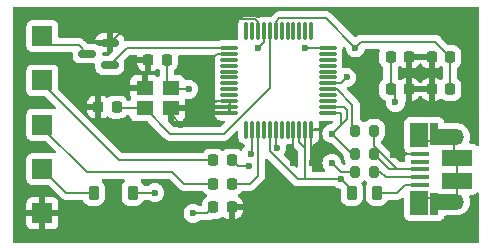
<source format=gbr>
%TF.GenerationSoftware,KiCad,Pcbnew,8.0.4+dfsg-1*%
%TF.CreationDate,2024-12-18T14:37:18+00:00*%
%TF.ProjectId,single-sided-radio-interface,73696e67-6c65-42d7-9369-6465642d7261,rev?*%
%TF.SameCoordinates,Original*%
%TF.FileFunction,Copper,L1,Top*%
%TF.FilePolarity,Positive*%
%FSLAX46Y46*%
G04 Gerber Fmt 4.6, Leading zero omitted, Abs format (unit mm)*
G04 Created by KiCad (PCBNEW 8.0.4+dfsg-1) date 2024-12-18 14:37:18*
%MOMM*%
%LPD*%
G01*
G04 APERTURE LIST*
G04 Aperture macros list*
%AMRoundRect*
0 Rectangle with rounded corners*
0 $1 Rounding radius*
0 $2 $3 $4 $5 $6 $7 $8 $9 X,Y pos of 4 corners*
0 Add a 4 corners polygon primitive as box body*
4,1,4,$2,$3,$4,$5,$6,$7,$8,$9,$2,$3,0*
0 Add four circle primitives for the rounded corners*
1,1,$1+$1,$2,$3*
1,1,$1+$1,$4,$5*
1,1,$1+$1,$6,$7*
1,1,$1+$1,$8,$9*
0 Add four rect primitives between the rounded corners*
20,1,$1+$1,$2,$3,$4,$5,0*
20,1,$1+$1,$4,$5,$6,$7,0*
20,1,$1+$1,$6,$7,$8,$9,0*
20,1,$1+$1,$8,$9,$2,$3,0*%
G04 Aperture macros list end*
%TA.AperFunction,SMDPad,CuDef*%
%ADD10R,1.400000X1.200000*%
%TD*%
%TA.AperFunction,SMDPad,CuDef*%
%ADD11RoundRect,0.225000X0.225000X0.250000X-0.225000X0.250000X-0.225000X-0.250000X0.225000X-0.250000X0*%
%TD*%
%TA.AperFunction,SMDPad,CuDef*%
%ADD12RoundRect,0.150000X0.587500X0.150000X-0.587500X0.150000X-0.587500X-0.150000X0.587500X-0.150000X0*%
%TD*%
%TA.AperFunction,SMDPad,CuDef*%
%ADD13RoundRect,0.218750X-0.218750X-0.381250X0.218750X-0.381250X0.218750X0.381250X-0.218750X0.381250X0*%
%TD*%
%TA.AperFunction,ComponentPad*%
%ADD14R,1.700000X1.700000*%
%TD*%
%TA.AperFunction,SMDPad,CuDef*%
%ADD15RoundRect,0.225000X-0.225000X-0.250000X0.225000X-0.250000X0.225000X0.250000X-0.225000X0.250000X0*%
%TD*%
%TA.AperFunction,SMDPad,CuDef*%
%ADD16RoundRect,0.200000X-0.200000X-0.275000X0.200000X-0.275000X0.200000X0.275000X-0.200000X0.275000X0*%
%TD*%
%TA.AperFunction,SMDPad,CuDef*%
%ADD17RoundRect,0.075000X-0.075000X0.662500X-0.075000X-0.662500X0.075000X-0.662500X0.075000X0.662500X0*%
%TD*%
%TA.AperFunction,SMDPad,CuDef*%
%ADD18RoundRect,0.075000X-0.662500X0.075000X-0.662500X-0.075000X0.662500X-0.075000X0.662500X0.075000X0*%
%TD*%
%TA.AperFunction,SMDPad,CuDef*%
%ADD19RoundRect,0.225000X-0.225000X-0.375000X0.225000X-0.375000X0.225000X0.375000X-0.225000X0.375000X0*%
%TD*%
%TA.AperFunction,SMDPad,CuDef*%
%ADD20R,1.650000X0.400000*%
%TD*%
%TA.AperFunction,SMDPad,CuDef*%
%ADD21R,0.700000X1.825000*%
%TD*%
%TA.AperFunction,SMDPad,CuDef*%
%ADD22R,1.500000X2.000000*%
%TD*%
%TA.AperFunction,SMDPad,CuDef*%
%ADD23R,2.000000X1.350000*%
%TD*%
%TA.AperFunction,ComponentPad*%
%ADD24O,1.700000X1.350000*%
%TD*%
%TA.AperFunction,ComponentPad*%
%ADD25O,1.500000X1.100000*%
%TD*%
%TA.AperFunction,SMDPad,CuDef*%
%ADD26R,2.500000X1.430000*%
%TD*%
%TA.AperFunction,SMDPad,CuDef*%
%ADD27RoundRect,0.200000X0.200000X0.275000X-0.200000X0.275000X-0.200000X-0.275000X0.200000X-0.275000X0*%
%TD*%
%TA.AperFunction,ViaPad*%
%ADD28C,0.600000*%
%TD*%
%TA.AperFunction,Conductor*%
%ADD29C,0.200000*%
%TD*%
G04 APERTURE END LIST*
D10*
%TO.P,Y1,1*%
%TO.N,Net-(U1-XI)*%
X84650000Y-65350000D03*
%TO.P,Y1,2,2*%
%TO.N,GND*%
X86850000Y-65350000D03*
%TO.P,Y1,3*%
%TO.N,Net-(U1-XO)*%
X86850000Y-63650000D03*
%TO.P,Y1,4,4*%
%TO.N,GND*%
X84650000Y-63650000D03*
%TD*%
D11*
%TO.P,C5,1*%
%TO.N,+3V3*%
X110525000Y-61000000D03*
%TO.P,C5,2*%
%TO.N,GND*%
X108975000Y-61000000D03*
%TD*%
D12*
%TO.P,Q1,1*%
%TO.N,Net-(Q1-G)*%
X81687500Y-61700000D03*
%TO.P,Q1,2,S*%
%TO.N,GND*%
X81687500Y-59800000D03*
%TO.P,Q1,3,D*%
%TO.N,PTT*%
X79812500Y-60750000D03*
%TD*%
D13*
%TO.P,L1,1,1*%
%TO.N,VCC*%
X102187500Y-72500000D03*
%TO.P,L1,2,2*%
%TO.N,unconnected-(J10-VBUS-Pad1)*%
X104312500Y-72500000D03*
%TD*%
D14*
%TO.P,J6,1,Pin_1*%
%TO.N,AUDIO_OUT*%
X76000000Y-63000000D03*
%TD*%
D15*
%TO.P,C3,1*%
%TO.N,VCC*%
X105475000Y-63750000D03*
%TO.P,C3,2*%
%TO.N,GND*%
X107025000Y-63750000D03*
%TD*%
%TO.P,C9,1*%
%TO.N,AUDIO_IN*%
X90475000Y-71750000D03*
%TO.P,C9,2*%
%TO.N,Net-(U1-MICIN)*%
X92025000Y-71750000D03*
%TD*%
D14*
%TO.P,J8,1,Pin_1*%
%TO.N,SQUELCH*%
X76000000Y-70500000D03*
%TD*%
D16*
%TO.P,R1,1*%
%TO.N,Net-(U1-USBDM)*%
X102425000Y-70750000D03*
%TO.P,R1,2*%
%TO.N,unconnected-(J10-D--Pad2)*%
X104075000Y-70750000D03*
%TD*%
D17*
%TO.P,U1,1*%
%TO.N,N/C*%
X98750000Y-58837500D03*
%TO.P,U1,2*%
X98250000Y-58837500D03*
%TO.P,U1,3*%
X97750000Y-58837500D03*
%TO.P,U1,4*%
X97250000Y-58837500D03*
%TO.P,U1,5*%
X96750000Y-58837500D03*
%TO.P,U1,6*%
X96250000Y-58837500D03*
%TO.P,U1,7,PWRSEL*%
%TO.N,+3V3*%
X95750000Y-58837500D03*
%TO.P,U1,8*%
%TO.N,Net-(U1-XI)*%
X95250000Y-58837500D03*
%TO.P,U1,9*%
%TO.N,Net-(U1-XO)*%
X94750000Y-58837500D03*
%TO.P,U1,10,MODE*%
%TO.N,GND*%
X94250000Y-58837500D03*
%TO.P,U1,11*%
%TO.N,N/C*%
X93750000Y-58837500D03*
%TO.P,U1,12*%
X93250000Y-58837500D03*
D18*
%TO.P,U1,13*%
%TO.N,Net-(Q1-G)*%
X91837500Y-60250000D03*
%TO.P,U1,14,DVSS*%
%TO.N,GND*%
X91837500Y-60750000D03*
%TO.P,U1,15*%
%TO.N,N/C*%
X91837500Y-61250000D03*
%TO.P,U1,16*%
X91837500Y-61750000D03*
%TO.P,U1,17*%
X91837500Y-62250000D03*
%TO.P,U1,18*%
X91837500Y-62750000D03*
%TO.P,U1,19*%
X91837500Y-63250000D03*
%TO.P,U1,20*%
X91837500Y-63750000D03*
%TO.P,U1,21*%
X91837500Y-64250000D03*
%TO.P,U1,22,ADSEL*%
%TO.N,GND*%
X91837500Y-64750000D03*
%TO.P,U1,23,TEST*%
X91837500Y-65250000D03*
%TO.P,U1,24,AVSS*%
X91837500Y-65750000D03*
D17*
%TO.P,U1,25*%
%TO.N,N/C*%
X93250000Y-67162500D03*
%TO.P,U1,26*%
%TO.N,NET-(U1-BGREF)*%
X93750000Y-67162500D03*
%TO.P,U1,27*%
%TO.N,Net-(U1-MICIN)*%
X94250000Y-67162500D03*
%TO.P,U1,28*%
%TO.N,N/C*%
X94750000Y-67162500D03*
%TO.P,U1,29,AVDD*%
%TO.N,VCC*%
X95250000Y-67162500D03*
%TO.P,U1,30*%
%TO.N,Net-(U1-LOL)*%
X95750000Y-67162500D03*
%TO.P,U1,31*%
%TO.N,N/C*%
X96250000Y-67162500D03*
%TO.P,U1,32*%
X96750000Y-67162500D03*
%TO.P,U1,33,AVSS*%
%TO.N,GND*%
X97250000Y-67162500D03*
%TO.P,U1,34,AVDD*%
%TO.N,VCC*%
X97750000Y-67162500D03*
%TO.P,U1,35,DVDD*%
X98250000Y-67162500D03*
%TO.P,U1,36,DVSS*%
%TO.N,GND*%
X98750000Y-67162500D03*
D18*
%TO.P,U1,37,REGV*%
%TO.N,+3V3*%
X100162500Y-65750000D03*
%TO.P,U1,38,MSEL*%
X100162500Y-65250000D03*
%TO.P,U1,39*%
%TO.N,N/C*%
X100162500Y-64750000D03*
%TO.P,U1,40*%
X100162500Y-64250000D03*
%TO.P,U1,41*%
%TO.N,NET-(U1-USBDP)*%
X100162500Y-63750000D03*
%TO.P,U1,42*%
%TO.N,Net-(U1-USBDM)*%
X100162500Y-63250000D03*
%TO.P,U1,43*%
%TO.N,N/C*%
X100162500Y-62750000D03*
%TO.P,U1,44*%
X100162500Y-62250000D03*
%TO.P,U1,45*%
X100162500Y-61750000D03*
%TO.P,U1,46*%
X100162500Y-61250000D03*
%TO.P,U1,47*%
X100162500Y-60750000D03*
%TO.P,U1,48*%
%TO.N,Net-(D1-A)*%
X100162500Y-60250000D03*
%TD*%
D19*
%TO.P,D1,1,K*%
%TO.N,SQUELCH*%
X80350000Y-72500000D03*
%TO.P,D1,2*%
%TO.N,Net-(D1-A)*%
X83650000Y-72500000D03*
%TD*%
D15*
%TO.P,C4,1*%
%TO.N,VCC*%
X105475000Y-61000000D03*
%TO.P,C4,2*%
%TO.N,GND*%
X107025000Y-61000000D03*
%TD*%
D14*
%TO.P,J5,1,Pin_1*%
%TO.N,PTT*%
X76000000Y-59250000D03*
%TD*%
D15*
%TO.P,C2,1*%
%TO.N,GND*%
X84975000Y-61250000D03*
%TO.P,C2,2*%
%TO.N,Net-(U1-XO)*%
X86525000Y-61250000D03*
%TD*%
D11*
%TO.P,C6,1*%
%TO.N,+3V3*%
X110525000Y-63750000D03*
%TO.P,C6,2*%
%TO.N,GND*%
X108975000Y-63750000D03*
%TD*%
D16*
%TO.P,R3,1*%
%TO.N,NET-(U1-USBDP)*%
X102425000Y-67250000D03*
%TO.P,R3,2*%
%TO.N,unconnected-(J10-D+-Pad3)*%
X104075000Y-67250000D03*
%TD*%
D11*
%TO.P,C1,1*%
%TO.N,Net-(U1-XI)*%
X82275000Y-65250000D03*
%TO.P,C1,2*%
%TO.N,GND*%
X80725000Y-65250000D03*
%TD*%
D20*
%TO.P,J10,1,VBUS*%
%TO.N,unconnected-(J10-VBUS-Pad1)*%
X107985000Y-71825000D03*
%TO.P,J10,2,D-*%
%TO.N,unconnected-(J10-D--Pad2)*%
X107985000Y-71175000D03*
%TO.P,J10,3,D+*%
%TO.N,unconnected-(J10-D+-Pad3)*%
X107985000Y-70525000D03*
%TO.P,J10,4,ID*%
%TO.N,unconnected-(J10-ID-Pad4)*%
X107985000Y-69875000D03*
%TO.P,J10,5,GND*%
%TO.N,GND*%
X107985000Y-69225000D03*
D21*
%TO.P,J10,6,Shield*%
%TO.N,unconnected-(J10-Shield-Pad6)*%
X109185000Y-73475000D03*
D22*
X107885000Y-73375000D03*
D23*
X109935000Y-73255000D03*
D24*
X110865000Y-73255000D03*
D25*
X107865000Y-72945000D03*
D26*
X111135000Y-71485000D03*
X111135000Y-69565000D03*
D25*
X107865000Y-68105000D03*
D24*
X110865000Y-67795000D03*
D23*
X109935000Y-67775000D03*
D22*
X107865000Y-67625000D03*
D21*
X109185000Y-67525000D03*
%TD*%
D14*
%TO.P,J7,1,Pin_1*%
%TO.N,AUDIO_IN*%
X76000000Y-66750000D03*
%TD*%
D15*
%TO.P,C8,1*%
%TO.N,AUDIO_OUT*%
X90475000Y-69750000D03*
%TO.P,C8,2*%
%TO.N,Net-(U1-LOL)*%
X92025000Y-69750000D03*
%TD*%
D27*
%TO.P,R2,1*%
%TO.N,unconnected-(J10-D+-Pad3)*%
X104075000Y-69250000D03*
%TO.P,R2,2*%
%TO.N,+3V3*%
X102425000Y-69250000D03*
%TD*%
D14*
%TO.P,J9,1,Pin_1*%
%TO.N,GND*%
X76000000Y-74250000D03*
%TD*%
D15*
%TO.P,C7,1*%
%TO.N,NET-(U1-BGREF)*%
X90475000Y-73750000D03*
%TO.P,C7,2*%
%TO.N,GND*%
X92025000Y-73750000D03*
%TD*%
D28*
%TO.N,GND*%
X87750000Y-66750000D03*
X98850000Y-70000000D03*
X97250000Y-70000000D03*
X85250000Y-68250000D03*
X105674265Y-69325735D03*
X103250000Y-73750000D03*
%TO.N,VCC*%
X101250000Y-71350000D03*
X105886765Y-64863235D03*
%TO.N,+3V3*%
X102500000Y-60250000D03*
X100500000Y-67500000D03*
%TO.N,Net-(D1-A)*%
X98250000Y-60250000D03*
X85500000Y-72500000D03*
%TO.N,Net-(U1-USBDM)*%
X100500000Y-70000000D03*
X101750000Y-62750000D03*
%TO.N,Net-(U1-XO)*%
X88400000Y-63750000D03*
X94250000Y-60250000D03*
%TO.N,NET-(U1-BGREF)*%
X88750000Y-74250000D03*
X93625000Y-69250000D03*
%TO.N,Net-(U1-LOL)*%
X95850000Y-68750000D03*
X93500000Y-70250000D03*
%TD*%
D29*
%TO.N,+3V3*%
X102500000Y-60250000D02*
X103000000Y-59750000D01*
X103000000Y-59750000D02*
X109275000Y-59750000D01*
X109275000Y-59750000D02*
X110525000Y-61000000D01*
X102500000Y-60250000D02*
X100000000Y-57750000D01*
X100000000Y-57750000D02*
X96067590Y-57750000D01*
X96067590Y-57750000D02*
X95750000Y-58067590D01*
X95750000Y-58067590D02*
X95750000Y-58837500D01*
%TO.N,GND*%
X99412500Y-67162500D02*
X99500000Y-67250000D01*
X98750000Y-67162500D02*
X99412500Y-67162500D01*
%TO.N,Net-(U1-XI)*%
X95250000Y-58837500D02*
X95250000Y-63607410D01*
X95250000Y-63607410D02*
X91357410Y-67500000D01*
X91357410Y-67500000D02*
X86800000Y-67500000D01*
X86800000Y-67500000D02*
X84650000Y-65350000D01*
X82275000Y-65250000D02*
X82375000Y-65350000D01*
X82375000Y-65350000D02*
X84650000Y-65350000D01*
%TO.N,AUDIO_OUT*%
X76000000Y-63000000D02*
X76000000Y-63250000D01*
X76000000Y-63250000D02*
X82500000Y-69750000D01*
X82500000Y-69750000D02*
X90475000Y-69750000D01*
%TO.N,SQUELCH*%
X80350000Y-72500000D02*
X78000000Y-72500000D01*
X78000000Y-72500000D02*
X76000000Y-70500000D01*
%TO.N,AUDIO_IN*%
X90475000Y-71750000D02*
X88000000Y-71750000D01*
X88000000Y-71750000D02*
X87000000Y-70750000D01*
X87000000Y-70750000D02*
X79750000Y-70750000D01*
X79750000Y-70750000D02*
X76000000Y-67000000D01*
X76000000Y-67000000D02*
X76000000Y-66750000D01*
%TO.N,PTT*%
X76750000Y-60000000D02*
X76000000Y-59250000D01*
X79812500Y-60750000D02*
X79062500Y-60000000D01*
X79062500Y-60000000D02*
X76750000Y-60000000D01*
%TO.N,VCC*%
X95250000Y-69000000D02*
X97600000Y-71350000D01*
X97600000Y-71350000D02*
X101250000Y-71350000D01*
X102187500Y-72500000D02*
X102187500Y-72287500D01*
X102187500Y-72287500D02*
X101250000Y-71350000D01*
X102187500Y-72500000D02*
X101937500Y-72750000D01*
X95250000Y-67162500D02*
X95250000Y-69000000D01*
X98250000Y-68750000D02*
X98250000Y-71250000D01*
%TO.N,unconnected-(J10-VBUS-Pad1)*%
X104312500Y-72500000D02*
X106000000Y-72500000D01*
X106000000Y-72500000D02*
X106675000Y-71825000D01*
X106675000Y-71825000D02*
X107985000Y-71825000D01*
%TO.N,Net-(U1-USBDM)*%
X100500000Y-70000000D02*
X101250000Y-70750000D01*
X101250000Y-70750000D02*
X102425000Y-70750000D01*
%TO.N,unconnected-(J10-D--Pad2)*%
X107970000Y-71190000D02*
X107985000Y-71175000D01*
X104075000Y-70750000D02*
X104620000Y-70750000D01*
X104620000Y-70750000D02*
X105060000Y-71190000D01*
X105060000Y-71190000D02*
X107970000Y-71190000D01*
%TO.N,+3V3*%
X100500000Y-67500000D02*
X101250000Y-66750000D01*
X101250000Y-65750000D02*
X100162500Y-65750000D01*
X100500000Y-67500000D02*
X102250000Y-69250000D01*
X101750000Y-65500000D02*
X101500000Y-65250000D01*
X102250000Y-69250000D02*
X102425000Y-69250000D01*
X101250000Y-66750000D02*
X101250000Y-65750000D01*
X100500000Y-67500000D02*
X101750000Y-66250000D01*
X101750000Y-66250000D02*
X101750000Y-65500000D01*
X101500000Y-65250000D02*
X100162500Y-65250000D01*
%TO.N,unconnected-(J10-D+-Pad3)*%
X104075000Y-69250000D02*
X105350000Y-70525000D01*
X105350000Y-70525000D02*
X107985000Y-70525000D01*
%TO.N,NET-(U1-USBDP)*%
X102425000Y-67250000D02*
X102250000Y-67075000D01*
X102250000Y-67075000D02*
X102250000Y-65067590D01*
X102250000Y-65067590D02*
X100932410Y-63750000D01*
X100932410Y-63750000D02*
X100162500Y-63750000D01*
%TO.N,unconnected-(J10-D+-Pad3)*%
X104075000Y-67250000D02*
X104075000Y-68575000D01*
X104075000Y-68575000D02*
X106025000Y-70525000D01*
X106025000Y-70525000D02*
X107985000Y-70525000D01*
%TO.N,NET-(U1-BGREF)*%
X88750000Y-74250000D02*
X89975000Y-74250000D01*
X89975000Y-74250000D02*
X90475000Y-73750000D01*
%TO.N,Net-(U1-MICIN)*%
X93550000Y-71750000D02*
X92025000Y-71750000D01*
X94250000Y-67162500D02*
X94250000Y-71050000D01*
X94250000Y-71050000D02*
X93550000Y-71750000D01*
%TO.N,Net-(U1-LOL)*%
X92525000Y-70250000D02*
X92025000Y-69750000D01*
X93500000Y-70250000D02*
X92525000Y-70250000D01*
%TO.N,NET-(U1-BGREF)*%
X93750000Y-69125000D02*
X93750000Y-67162500D01*
X93625000Y-69250000D02*
X93750000Y-69125000D01*
%TO.N,Net-(D1-A)*%
X85500000Y-72500000D02*
X83650000Y-72500000D01*
%TO.N,GND*%
X108975000Y-61000000D02*
X108725000Y-60750000D01*
X105975000Y-69225000D02*
X107985000Y-69225000D01*
X98750000Y-67162500D02*
X98750000Y-69900000D01*
X105674265Y-69325735D02*
X105874265Y-69325735D01*
X107275000Y-64000000D02*
X107025000Y-63750000D01*
X91067590Y-60750000D02*
X91837500Y-60750000D01*
X91837500Y-64750000D02*
X90500000Y-64750000D01*
X91837500Y-60750000D02*
X90750000Y-60750000D01*
X86850000Y-65350000D02*
X86850000Y-65850000D01*
X94250000Y-58067590D02*
X93982410Y-57800000D01*
X90750000Y-60750000D02*
X90000000Y-61500000D01*
X107275000Y-60750000D02*
X107025000Y-61000000D01*
X105874265Y-69325735D02*
X105975000Y-69225000D01*
X97250000Y-67162500D02*
X97250000Y-70000000D01*
X93982410Y-57800000D02*
X83687500Y-57800000D01*
X98750000Y-69900000D02*
X98850000Y-70000000D01*
X108975000Y-63750000D02*
X108725000Y-64000000D01*
X84650000Y-61575000D02*
X84975000Y-61250000D01*
X83687500Y-57800000D02*
X81687500Y-59800000D01*
X86850000Y-65850000D02*
X87750000Y-66750000D01*
X94250000Y-58837500D02*
X94250000Y-58067590D01*
%TO.N,VCC*%
X105886765Y-64161765D02*
X105475000Y-63750000D01*
X105475000Y-63750000D02*
X105475000Y-61000000D01*
X98250000Y-67162500D02*
X98250000Y-68750000D01*
X97750000Y-68250000D02*
X98250000Y-68750000D01*
X105886765Y-64863235D02*
X105886765Y-64161765D01*
X97750000Y-67162500D02*
X97750000Y-68250000D01*
%TO.N,+3V3*%
X110525000Y-61000000D02*
X110525000Y-63750000D01*
%TO.N,unconnected-(J10-Shield-Pad6)*%
X107865000Y-68105000D02*
X110555000Y-68105000D01*
X110555000Y-72945000D02*
X110865000Y-73255000D01*
X110865000Y-69295000D02*
X111135000Y-69565000D01*
X110865000Y-67795000D02*
X110865000Y-69295000D01*
X111135000Y-72985000D02*
X110865000Y-73255000D01*
X110555000Y-68105000D02*
X110865000Y-67795000D01*
X107865000Y-72945000D02*
X110555000Y-72945000D01*
X111135000Y-71485000D02*
X111135000Y-72985000D01*
X111135000Y-69565000D02*
X111135000Y-71485000D01*
%TO.N,Net-(D1-A)*%
X98250000Y-60250000D02*
X100162500Y-60250000D01*
%TO.N,Net-(U1-USBDM)*%
X101250000Y-63250000D02*
X100162500Y-63250000D01*
X101750000Y-62750000D02*
X101250000Y-63250000D01*
%TO.N,Net-(U1-XO)*%
X86850000Y-63350000D02*
X86525000Y-63025000D01*
X86950000Y-63750000D02*
X86850000Y-63650000D01*
X94250000Y-60250000D02*
X94750000Y-59750000D01*
X86850000Y-63650000D02*
X86850000Y-63350000D01*
X94750000Y-59750000D02*
X94750000Y-58837500D01*
X86850000Y-61575000D02*
X86525000Y-61250000D01*
X88400000Y-63750000D02*
X86950000Y-63750000D01*
X86850000Y-63650000D02*
X87100000Y-63650000D01*
X86525000Y-63025000D02*
X86525000Y-61250000D01*
%TO.N,Net-(Q1-G)*%
X83137500Y-60250000D02*
X81687500Y-61700000D01*
X91837500Y-60250000D02*
X83137500Y-60250000D01*
%TO.N,Net-(U1-LOL)*%
X95750000Y-68650000D02*
X95850000Y-68750000D01*
X95750000Y-67162500D02*
X95750000Y-68650000D01*
%TD*%
%TA.AperFunction,Conductor*%
%TO.N,GND*%
G36*
X112942539Y-56770185D02*
G01*
X112988294Y-56822989D01*
X112999500Y-56874500D01*
X112999500Y-68463143D01*
X112979815Y-68530182D01*
X112927011Y-68575937D01*
X112857853Y-68585881D01*
X112794297Y-68556856D01*
X112776234Y-68537455D01*
X112744957Y-68495675D01*
X112742546Y-68492454D01*
X112742544Y-68492453D01*
X112742544Y-68492452D01*
X112627335Y-68406206D01*
X112627328Y-68406202D01*
X112492482Y-68355908D01*
X112492483Y-68355908D01*
X112432883Y-68349501D01*
X112432881Y-68349500D01*
X112432873Y-68349500D01*
X112432865Y-68349500D01*
X112266497Y-68349500D01*
X112199458Y-68329815D01*
X112153703Y-68277011D01*
X112143759Y-68207853D01*
X112148566Y-68187182D01*
X112186555Y-68070264D01*
X112215500Y-67887514D01*
X112215500Y-67702486D01*
X112186555Y-67519736D01*
X112149765Y-67406506D01*
X112129380Y-67343767D01*
X112129379Y-67343764D01*
X112086577Y-67259763D01*
X112045378Y-67178904D01*
X111936621Y-67029213D01*
X111805787Y-66898379D01*
X111656096Y-66789622D01*
X111491235Y-66705620D01*
X111491232Y-66705619D01*
X111315265Y-66648445D01*
X111223889Y-66633972D01*
X111132514Y-66619500D01*
X111132513Y-66619500D01*
X111101295Y-66619500D01*
X111057961Y-66611681D01*
X111042491Y-66605911D01*
X111042480Y-66605908D01*
X110982883Y-66599501D01*
X110982881Y-66599500D01*
X110982873Y-66599500D01*
X110982865Y-66599500D01*
X110149531Y-66599500D01*
X110082492Y-66579815D01*
X110036737Y-66527011D01*
X110030408Y-66508548D01*
X109978797Y-66370171D01*
X109978793Y-66370164D01*
X109892547Y-66254955D01*
X109892544Y-66254952D01*
X109777335Y-66168706D01*
X109777328Y-66168702D01*
X109642482Y-66118408D01*
X109642483Y-66118408D01*
X109582883Y-66112001D01*
X109582881Y-66112000D01*
X109582873Y-66112000D01*
X109582864Y-66112000D01*
X108787129Y-66112000D01*
X108787123Y-66112001D01*
X108727515Y-66118409D01*
X108719971Y-66120192D01*
X108719761Y-66119307D01*
X108671248Y-66125400D01*
X108664927Y-66124720D01*
X108662873Y-66124500D01*
X108662863Y-66124500D01*
X107067129Y-66124500D01*
X107067123Y-66124501D01*
X107007516Y-66130908D01*
X106872671Y-66181202D01*
X106872664Y-66181206D01*
X106757455Y-66267452D01*
X106757452Y-66267455D01*
X106671206Y-66382664D01*
X106671202Y-66382671D01*
X106620908Y-66517517D01*
X106614501Y-66577116D01*
X106614500Y-66577135D01*
X106614500Y-68672870D01*
X106614501Y-68672876D01*
X106620908Y-68732483D01*
X106662394Y-68843712D01*
X106667127Y-68909901D01*
X106667231Y-68909913D01*
X106667169Y-68910486D01*
X106667378Y-68913404D01*
X106666892Y-68915545D01*
X106666402Y-68917617D01*
X106660000Y-68977155D01*
X106660000Y-69025000D01*
X106772893Y-69025000D01*
X106839932Y-69044685D01*
X106847202Y-69049732D01*
X106871038Y-69067575D01*
X106912910Y-69123508D01*
X106917895Y-69193200D01*
X106884411Y-69254523D01*
X106871041Y-69266109D01*
X106835848Y-69292455D01*
X106802454Y-69317454D01*
X106759141Y-69375312D01*
X106703209Y-69417182D01*
X106660027Y-69424972D01*
X106660000Y-69425000D01*
X106660000Y-69472844D01*
X106666619Y-69534398D01*
X106666620Y-69560909D01*
X106665909Y-69567514D01*
X106665909Y-69567517D01*
X106659500Y-69627127D01*
X106659500Y-69749097D01*
X106659501Y-69800499D01*
X106639817Y-69867539D01*
X106587013Y-69913294D01*
X106535501Y-69924500D01*
X106325097Y-69924500D01*
X106258058Y-69904815D01*
X106237416Y-69888181D01*
X104711819Y-68362584D01*
X104678334Y-68301261D01*
X104675500Y-68274903D01*
X104675500Y-68166519D01*
X104695185Y-68099480D01*
X104711814Y-68078842D01*
X104830472Y-67960185D01*
X104918478Y-67814606D01*
X104969086Y-67652196D01*
X104975500Y-67581616D01*
X104975500Y-66918384D01*
X104969086Y-66847804D01*
X104918478Y-66685394D01*
X104830472Y-66539815D01*
X104830470Y-66539813D01*
X104830469Y-66539811D01*
X104710188Y-66419530D01*
X104666881Y-66393350D01*
X104564606Y-66331522D01*
X104402196Y-66280914D01*
X104402194Y-66280913D01*
X104402192Y-66280913D01*
X104352778Y-66276423D01*
X104331616Y-66274500D01*
X103818384Y-66274500D01*
X103799145Y-66276248D01*
X103747807Y-66280913D01*
X103585393Y-66331522D01*
X103439811Y-66419530D01*
X103439810Y-66419531D01*
X103337681Y-66521661D01*
X103276358Y-66555146D01*
X103206666Y-66550162D01*
X103162319Y-66521661D01*
X103060188Y-66419530D01*
X103016881Y-66393350D01*
X102914606Y-66331522D01*
X102910350Y-66328949D01*
X102863162Y-66277421D01*
X102850500Y-66222832D01*
X102850500Y-65156650D01*
X102850501Y-65156637D01*
X102850501Y-64988534D01*
X102849165Y-64983548D01*
X102809577Y-64835806D01*
X102804896Y-64827698D01*
X102730524Y-64698880D01*
X102730518Y-64698872D01*
X102272469Y-64240823D01*
X101785765Y-63754120D01*
X101752281Y-63692798D01*
X101757265Y-63623107D01*
X101799137Y-63567173D01*
X101859565Y-63543220D01*
X101929252Y-63535369D01*
X101929255Y-63535368D01*
X102099522Y-63475789D01*
X102252262Y-63379816D01*
X102379816Y-63252262D01*
X102475789Y-63099522D01*
X102535368Y-62929255D01*
X102535574Y-62927427D01*
X102555565Y-62750003D01*
X102555565Y-62749996D01*
X102535369Y-62570750D01*
X102535368Y-62570745D01*
X102475789Y-62400478D01*
X102455429Y-62368076D01*
X102379815Y-62247737D01*
X102252262Y-62120184D01*
X102099523Y-62024211D01*
X101929254Y-61964631D01*
X101929249Y-61964630D01*
X101750004Y-61944435D01*
X101749996Y-61944435D01*
X101570750Y-61964630D01*
X101570742Y-61964632D01*
X101565454Y-61966483D01*
X101495675Y-61970044D01*
X101435048Y-61935315D01*
X101402821Y-61873322D01*
X101400500Y-61849441D01*
X101400500Y-61637286D01*
X101400500Y-61637280D01*
X101385687Y-61524764D01*
X101385686Y-61524763D01*
X101384626Y-61516705D01*
X101387689Y-61516301D01*
X101387689Y-61483698D01*
X101384626Y-61483295D01*
X101389347Y-61447432D01*
X101400500Y-61362720D01*
X101400500Y-61137280D01*
X101385687Y-61024764D01*
X101385686Y-61024763D01*
X101384626Y-61016705D01*
X101387689Y-61016301D01*
X101387689Y-60983698D01*
X101384626Y-60983295D01*
X101386943Y-60965694D01*
X101400500Y-60862720D01*
X101400500Y-60637280D01*
X101385687Y-60524764D01*
X101385686Y-60524763D01*
X101384626Y-60516705D01*
X101387689Y-60516301D01*
X101387689Y-60483698D01*
X101384626Y-60483295D01*
X101390154Y-60441303D01*
X101400500Y-60362720D01*
X101400500Y-60299097D01*
X101420185Y-60232058D01*
X101472989Y-60186303D01*
X101542147Y-60176359D01*
X101605703Y-60205384D01*
X101612181Y-60211416D01*
X101669298Y-60268533D01*
X101702783Y-60329856D01*
X101704837Y-60342330D01*
X101714630Y-60429249D01*
X101714631Y-60429254D01*
X101714632Y-60429255D01*
X101722538Y-60451849D01*
X101774210Y-60599521D01*
X101838380Y-60701647D01*
X101870184Y-60752262D01*
X101997738Y-60879816D01*
X102087210Y-60936035D01*
X102150474Y-60975787D01*
X102150478Y-60975789D01*
X102267409Y-61016705D01*
X102320745Y-61035368D01*
X102320750Y-61035369D01*
X102499996Y-61055565D01*
X102500000Y-61055565D01*
X102500004Y-61055565D01*
X102679249Y-61035369D01*
X102679252Y-61035368D01*
X102679255Y-61035368D01*
X102849522Y-60975789D01*
X103002262Y-60879816D01*
X103129816Y-60752262D01*
X103225789Y-60599522D01*
X103283867Y-60433545D01*
X103324589Y-60376769D01*
X103389542Y-60351022D01*
X103400909Y-60350500D01*
X104446366Y-60350500D01*
X104513405Y-60370185D01*
X104559160Y-60422989D01*
X104569104Y-60492147D01*
X104564072Y-60513504D01*
X104534651Y-60602290D01*
X104524500Y-60701647D01*
X104524500Y-61298337D01*
X104524501Y-61298355D01*
X104534650Y-61397707D01*
X104534651Y-61397710D01*
X104587996Y-61558694D01*
X104588001Y-61558705D01*
X104677029Y-61703040D01*
X104677032Y-61703044D01*
X104796956Y-61822968D01*
X104815596Y-61834465D01*
X104862321Y-61886412D01*
X104874500Y-61940004D01*
X104874500Y-62809995D01*
X104854815Y-62877034D01*
X104815600Y-62915532D01*
X104796954Y-62927033D01*
X104677029Y-63046959D01*
X104588001Y-63191294D01*
X104587996Y-63191305D01*
X104534651Y-63352290D01*
X104524500Y-63451647D01*
X104524500Y-64048337D01*
X104524501Y-64048355D01*
X104534650Y-64147707D01*
X104534651Y-64147710D01*
X104587996Y-64308694D01*
X104588001Y-64308705D01*
X104677029Y-64453040D01*
X104677032Y-64453044D01*
X104796955Y-64572967D01*
X104796959Y-64572970D01*
X104941294Y-64661998D01*
X104941297Y-64661999D01*
X104941303Y-64662003D01*
X105002544Y-64682296D01*
X105059988Y-64722067D01*
X105086812Y-64786582D01*
X105086760Y-64813884D01*
X105081200Y-64863232D01*
X105081200Y-64863238D01*
X105101395Y-65042484D01*
X105101396Y-65042489D01*
X105160976Y-65212758D01*
X105168040Y-65224000D01*
X105256949Y-65365497D01*
X105384503Y-65493051D01*
X105537243Y-65589024D01*
X105704664Y-65647607D01*
X105707510Y-65648603D01*
X105707515Y-65648604D01*
X105886761Y-65668800D01*
X105886765Y-65668800D01*
X105886769Y-65668800D01*
X106066014Y-65648604D01*
X106066017Y-65648603D01*
X106066020Y-65648603D01*
X106236287Y-65589024D01*
X106389027Y-65493051D01*
X106516581Y-65365497D01*
X106612554Y-65212757D01*
X106672133Y-65042490D01*
X106676921Y-65000000D01*
X106682365Y-64951677D01*
X106692330Y-64863235D01*
X106692290Y-64862884D01*
X106692330Y-64862659D01*
X106692330Y-64856271D01*
X106693449Y-64856271D01*
X106704341Y-64794065D01*
X106751687Y-64742683D01*
X106759475Y-64740524D01*
X106775000Y-64724999D01*
X107275000Y-64724999D01*
X107298308Y-64724999D01*
X107298322Y-64724998D01*
X107397607Y-64714855D01*
X107558481Y-64661547D01*
X107558492Y-64661542D01*
X107702728Y-64572575D01*
X107702732Y-64572572D01*
X107822572Y-64452732D01*
X107822575Y-64452728D01*
X107894462Y-64336183D01*
X107946410Y-64289458D01*
X108015372Y-64278237D01*
X108079454Y-64306080D01*
X108105538Y-64336183D01*
X108177424Y-64452728D01*
X108177427Y-64452732D01*
X108297267Y-64572572D01*
X108297271Y-64572575D01*
X108441507Y-64661542D01*
X108441518Y-64661547D01*
X108602393Y-64714855D01*
X108701683Y-64724999D01*
X108725000Y-64724998D01*
X108725000Y-64000000D01*
X107275000Y-64000000D01*
X107275000Y-64724999D01*
X106775000Y-64724999D01*
X106775000Y-62775000D01*
X107275000Y-62775000D01*
X107275000Y-63500000D01*
X108725000Y-63500000D01*
X108725000Y-62774999D01*
X108701693Y-62775000D01*
X108701674Y-62775001D01*
X108602392Y-62785144D01*
X108441518Y-62838452D01*
X108441507Y-62838457D01*
X108297271Y-62927424D01*
X108297267Y-62927427D01*
X108177427Y-63047267D01*
X108177424Y-63047271D01*
X108105538Y-63163816D01*
X108053590Y-63210541D01*
X107984627Y-63221762D01*
X107920545Y-63193919D01*
X107894462Y-63163816D01*
X107822575Y-63047271D01*
X107822572Y-63047267D01*
X107702732Y-62927427D01*
X107702728Y-62927424D01*
X107558492Y-62838457D01*
X107558481Y-62838452D01*
X107397606Y-62785144D01*
X107298322Y-62775000D01*
X107275000Y-62775000D01*
X106775000Y-62775000D01*
X106775000Y-62774999D01*
X106751693Y-62775000D01*
X106751674Y-62775001D01*
X106652392Y-62785144D01*
X106491518Y-62838452D01*
X106491507Y-62838457D01*
X106347271Y-62927424D01*
X106347264Y-62927430D01*
X106338028Y-62936665D01*
X106276703Y-62970146D01*
X106207011Y-62965157D01*
X106162672Y-62936659D01*
X106153047Y-62927034D01*
X106134400Y-62915532D01*
X106087677Y-62863582D01*
X106075500Y-62809995D01*
X106075500Y-61940004D01*
X106095185Y-61872965D01*
X106134403Y-61834465D01*
X106153044Y-61822968D01*
X106162668Y-61813343D01*
X106223987Y-61779856D01*
X106293679Y-61784835D01*
X106338034Y-61813339D01*
X106347267Y-61822572D01*
X106347271Y-61822575D01*
X106491507Y-61911542D01*
X106491518Y-61911547D01*
X106652393Y-61964855D01*
X106751683Y-61974999D01*
X107275000Y-61974999D01*
X107298308Y-61974999D01*
X107298322Y-61974998D01*
X107397607Y-61964855D01*
X107558481Y-61911547D01*
X107558492Y-61911542D01*
X107702728Y-61822575D01*
X107702732Y-61822572D01*
X107822572Y-61702732D01*
X107822575Y-61702728D01*
X107894462Y-61586183D01*
X107946410Y-61539458D01*
X108015372Y-61528237D01*
X108079454Y-61556080D01*
X108105538Y-61586183D01*
X108177424Y-61702728D01*
X108177427Y-61702732D01*
X108297267Y-61822572D01*
X108297271Y-61822575D01*
X108441507Y-61911542D01*
X108441518Y-61911547D01*
X108602393Y-61964855D01*
X108701683Y-61974999D01*
X108725000Y-61974998D01*
X108725000Y-61250000D01*
X107275000Y-61250000D01*
X107275000Y-61974999D01*
X106751683Y-61974999D01*
X106775000Y-61974998D01*
X106775000Y-60874000D01*
X106794685Y-60806961D01*
X106847489Y-60761206D01*
X106899000Y-60750000D01*
X109101000Y-60750000D01*
X109168039Y-60769685D01*
X109213794Y-60822489D01*
X109225000Y-60874000D01*
X109225000Y-61974999D01*
X109248308Y-61974999D01*
X109248322Y-61974998D01*
X109347607Y-61964855D01*
X109508481Y-61911547D01*
X109508492Y-61911542D01*
X109652731Y-61822573D01*
X109661959Y-61813345D01*
X109723279Y-61779856D01*
X109792971Y-61784835D01*
X109837327Y-61813339D01*
X109846956Y-61822968D01*
X109865596Y-61834465D01*
X109912321Y-61886412D01*
X109924500Y-61940004D01*
X109924500Y-62809995D01*
X109904815Y-62877034D01*
X109865600Y-62915532D01*
X109846955Y-62927032D01*
X109837324Y-62936663D01*
X109776000Y-62970146D01*
X109706308Y-62965159D01*
X109661965Y-62936660D01*
X109652732Y-62927427D01*
X109652728Y-62927424D01*
X109508492Y-62838457D01*
X109508481Y-62838452D01*
X109347606Y-62785144D01*
X109248322Y-62775000D01*
X109225000Y-62775000D01*
X109225000Y-64724999D01*
X109248308Y-64724999D01*
X109248322Y-64724998D01*
X109347607Y-64714855D01*
X109508481Y-64661547D01*
X109508492Y-64661542D01*
X109652731Y-64572573D01*
X109661959Y-64563345D01*
X109723279Y-64529856D01*
X109792971Y-64534835D01*
X109837327Y-64563339D01*
X109846955Y-64572967D01*
X109846959Y-64572970D01*
X109991294Y-64661998D01*
X109991297Y-64661999D01*
X109991303Y-64662003D01*
X110152292Y-64715349D01*
X110251655Y-64725500D01*
X110798344Y-64725499D01*
X110798352Y-64725498D01*
X110798355Y-64725498D01*
X110852760Y-64719940D01*
X110897708Y-64715349D01*
X111058697Y-64662003D01*
X111203044Y-64572968D01*
X111322968Y-64453044D01*
X111412003Y-64308697D01*
X111465349Y-64147708D01*
X111475500Y-64048345D01*
X111475499Y-63451656D01*
X111468160Y-63379815D01*
X111465349Y-63352292D01*
X111465348Y-63352289D01*
X111450444Y-63307312D01*
X111412003Y-63191303D01*
X111411999Y-63191297D01*
X111411998Y-63191294D01*
X111322970Y-63046959D01*
X111322969Y-63046958D01*
X111322968Y-63046956D01*
X111203044Y-62927032D01*
X111184399Y-62915531D01*
X111137677Y-62863582D01*
X111125500Y-62809995D01*
X111125500Y-61940004D01*
X111145185Y-61872965D01*
X111184403Y-61834465D01*
X111203044Y-61822968D01*
X111322968Y-61703044D01*
X111412003Y-61558697D01*
X111465349Y-61397708D01*
X111475500Y-61298345D01*
X111475499Y-60701656D01*
X111470933Y-60656961D01*
X111465349Y-60602292D01*
X111465348Y-60602289D01*
X111464755Y-60600498D01*
X111412003Y-60441303D01*
X111411999Y-60441297D01*
X111411998Y-60441294D01*
X111322970Y-60296959D01*
X111322967Y-60296955D01*
X111203044Y-60177032D01*
X111203040Y-60177029D01*
X111058705Y-60088001D01*
X111058699Y-60087998D01*
X111058697Y-60087997D01*
X111013617Y-60073059D01*
X110897709Y-60034651D01*
X110798352Y-60024500D01*
X110798345Y-60024500D01*
X110450097Y-60024500D01*
X110383058Y-60004815D01*
X110362416Y-59988181D01*
X109762590Y-59388355D01*
X109762588Y-59388352D01*
X109643717Y-59269481D01*
X109643712Y-59269477D01*
X109534139Y-59206216D01*
X109534137Y-59206215D01*
X109506786Y-59190423D01*
X109506787Y-59190423D01*
X109445693Y-59174053D01*
X109354057Y-59149499D01*
X109195943Y-59149499D01*
X109188347Y-59149499D01*
X109188331Y-59149500D01*
X103086670Y-59149500D01*
X103086654Y-59149499D01*
X103079058Y-59149499D01*
X102920943Y-59149499D01*
X102844579Y-59169961D01*
X102768214Y-59190423D01*
X102768209Y-59190426D01*
X102631290Y-59269475D01*
X102631282Y-59269481D01*
X102587679Y-59313084D01*
X102526356Y-59346568D01*
X102456664Y-59341583D01*
X102412318Y-59313083D01*
X100487590Y-57388355D01*
X100487588Y-57388352D01*
X100368717Y-57269481D01*
X100368716Y-57269480D01*
X100281904Y-57219360D01*
X100281904Y-57219359D01*
X100281900Y-57219358D01*
X100231785Y-57190423D01*
X100079057Y-57149499D01*
X99920943Y-57149499D01*
X99913347Y-57149499D01*
X99913331Y-57149500D01*
X96146647Y-57149500D01*
X95988533Y-57149500D01*
X95835805Y-57190423D01*
X95835804Y-57190423D01*
X95835802Y-57190424D01*
X95835799Y-57190425D01*
X95785686Y-57219359D01*
X95785685Y-57219360D01*
X95742279Y-57244420D01*
X95698875Y-57269479D01*
X95698872Y-57269481D01*
X95405173Y-57563181D01*
X95343850Y-57596666D01*
X95317492Y-57599500D01*
X95137272Y-57599500D01*
X95050393Y-57610938D01*
X95024764Y-57614313D01*
X95024762Y-57614313D01*
X95016708Y-57615374D01*
X95016316Y-57612399D01*
X94983684Y-57612399D01*
X94983292Y-57615374D01*
X94975237Y-57614313D01*
X94975236Y-57614313D01*
X94946271Y-57610499D01*
X94862727Y-57599500D01*
X94862720Y-57599500D01*
X94637280Y-57599500D01*
X94637272Y-57599500D01*
X94541792Y-57612071D01*
X94524764Y-57614313D01*
X94524763Y-57614313D01*
X94516707Y-57615374D01*
X94516472Y-57613595D01*
X94482729Y-57615804D01*
X94400000Y-57604911D01*
X94397845Y-57606801D01*
X94380315Y-57666502D01*
X94351487Y-57697838D01*
X94325486Y-57717789D01*
X94260319Y-57742984D01*
X94191874Y-57728946D01*
X94174515Y-57717790D01*
X94148512Y-57697838D01*
X94107310Y-57641410D01*
X94101120Y-57605894D01*
X94099999Y-57604911D01*
X94017270Y-57615804D01*
X93983527Y-57613593D01*
X93983293Y-57615374D01*
X93975236Y-57614313D01*
X93955451Y-57611708D01*
X93862727Y-57599500D01*
X93862720Y-57599500D01*
X93637280Y-57599500D01*
X93637272Y-57599500D01*
X93550393Y-57610938D01*
X93524764Y-57614313D01*
X93524762Y-57614313D01*
X93516708Y-57615374D01*
X93516316Y-57612399D01*
X93483684Y-57612399D01*
X93483292Y-57615374D01*
X93475237Y-57614313D01*
X93475236Y-57614313D01*
X93446271Y-57610499D01*
X93362727Y-57599500D01*
X93362720Y-57599500D01*
X93137280Y-57599500D01*
X93137272Y-57599500D01*
X93024764Y-57614313D01*
X93024763Y-57614313D01*
X92884770Y-57672300D01*
X92884767Y-57672301D01*
X92884767Y-57672302D01*
X92792653Y-57742984D01*
X92764549Y-57764549D01*
X92672300Y-57884770D01*
X92614313Y-58024763D01*
X92614313Y-58024764D01*
X92599500Y-58137272D01*
X92599500Y-59475500D01*
X92579815Y-59542539D01*
X92527011Y-59588294D01*
X92475500Y-59599500D01*
X91137272Y-59599500D01*
X91024764Y-59614313D01*
X91024763Y-59614313D01*
X90983793Y-59631284D01*
X90966455Y-59638466D01*
X90962604Y-59640061D01*
X90915151Y-59649500D01*
X83224170Y-59649500D01*
X83224154Y-59649499D01*
X83216558Y-59649499D01*
X83058443Y-59649499D01*
X83050316Y-59649499D01*
X83050316Y-59647652D01*
X82991423Y-59638466D01*
X82939168Y-59592084D01*
X82924204Y-59553495D01*
X82923868Y-59553593D01*
X82922750Y-59549745D01*
X82922292Y-59548564D01*
X82922097Y-59547499D01*
X82876283Y-59389806D01*
X82876282Y-59389803D01*
X82792685Y-59248447D01*
X82792678Y-59248438D01*
X82676561Y-59132321D01*
X82676552Y-59132314D01*
X82535196Y-59048717D01*
X82535193Y-59048716D01*
X82377495Y-59002900D01*
X82377489Y-59002899D01*
X82340649Y-59000000D01*
X81937500Y-59000000D01*
X81937500Y-60549403D01*
X81917815Y-60616442D01*
X81901181Y-60637084D01*
X81675084Y-60863181D01*
X81613761Y-60896666D01*
X81587403Y-60899500D01*
X81174500Y-60899500D01*
X81107461Y-60879815D01*
X81061706Y-60827011D01*
X81050500Y-60775500D01*
X81050500Y-60724000D01*
X81070185Y-60656961D01*
X81122989Y-60611206D01*
X81174500Y-60600000D01*
X81437500Y-60600000D01*
X81437500Y-60050000D01*
X80781815Y-60050000D01*
X80718694Y-60032732D01*
X80704774Y-60024500D01*
X80660398Y-59998256D01*
X80660397Y-59998255D01*
X80660396Y-59998255D01*
X80660393Y-59998254D01*
X80502573Y-59952402D01*
X80502567Y-59952401D01*
X80465701Y-59949500D01*
X80465694Y-59949500D01*
X79912597Y-59949500D01*
X79845558Y-59929815D01*
X79824916Y-59913181D01*
X79550090Y-59638355D01*
X79550088Y-59638352D01*
X79461734Y-59549998D01*
X80452704Y-59549998D01*
X80452705Y-59550000D01*
X81437500Y-59550000D01*
X81437500Y-59000000D01*
X81034350Y-59000000D01*
X80997510Y-59002899D01*
X80997504Y-59002900D01*
X80839806Y-59048716D01*
X80839803Y-59048717D01*
X80698447Y-59132314D01*
X80698438Y-59132321D01*
X80582321Y-59248438D01*
X80582314Y-59248447D01*
X80498718Y-59389801D01*
X80452899Y-59547513D01*
X80452704Y-59549998D01*
X79461734Y-59549998D01*
X79431217Y-59519481D01*
X79431209Y-59519475D01*
X79336217Y-59464632D01*
X79336215Y-59464631D01*
X79294290Y-59440425D01*
X79294289Y-59440424D01*
X79281763Y-59437067D01*
X79141557Y-59399499D01*
X78983443Y-59399499D01*
X78975847Y-59399499D01*
X78975831Y-59399500D01*
X77474500Y-59399500D01*
X77407461Y-59379815D01*
X77361706Y-59327011D01*
X77350500Y-59275500D01*
X77350499Y-58352129D01*
X77350498Y-58352123D01*
X77350497Y-58352116D01*
X77344091Y-58292517D01*
X77293796Y-58157669D01*
X77293795Y-58157668D01*
X77293793Y-58157664D01*
X77207547Y-58042455D01*
X77207544Y-58042452D01*
X77092335Y-57956206D01*
X77092328Y-57956202D01*
X76957482Y-57905908D01*
X76957483Y-57905908D01*
X76897883Y-57899501D01*
X76897881Y-57899500D01*
X76897873Y-57899500D01*
X76897864Y-57899500D01*
X75102129Y-57899500D01*
X75102123Y-57899501D01*
X75042516Y-57905908D01*
X74907671Y-57956202D01*
X74907664Y-57956206D01*
X74792455Y-58042452D01*
X74792452Y-58042455D01*
X74706206Y-58157664D01*
X74706202Y-58157671D01*
X74655908Y-58292517D01*
X74649675Y-58350500D01*
X74649501Y-58352123D01*
X74649500Y-58352135D01*
X74649500Y-60147870D01*
X74649501Y-60147876D01*
X74655908Y-60207483D01*
X74706202Y-60342328D01*
X74706206Y-60342335D01*
X74792452Y-60457544D01*
X74792455Y-60457547D01*
X74907664Y-60543793D01*
X74907671Y-60543797D01*
X75042517Y-60594091D01*
X75042516Y-60594091D01*
X75049444Y-60594835D01*
X75102127Y-60600500D01*
X76663330Y-60600499D01*
X76663348Y-60600500D01*
X76670943Y-60600500D01*
X78450500Y-60600500D01*
X78517539Y-60620185D01*
X78563294Y-60672989D01*
X78574500Y-60724500D01*
X78574500Y-60965701D01*
X78577401Y-61002567D01*
X78577402Y-61002573D01*
X78623254Y-61160393D01*
X78623255Y-61160396D01*
X78706917Y-61301862D01*
X78706923Y-61301870D01*
X78823129Y-61418076D01*
X78823133Y-61418079D01*
X78823135Y-61418081D01*
X78964602Y-61501744D01*
X79006224Y-61513836D01*
X79122426Y-61547597D01*
X79122429Y-61547597D01*
X79122431Y-61547598D01*
X79159306Y-61550500D01*
X80325500Y-61550500D01*
X80392539Y-61570185D01*
X80438294Y-61622989D01*
X80449500Y-61674500D01*
X80449500Y-61915701D01*
X80452401Y-61952567D01*
X80452402Y-61952573D01*
X80498254Y-62110393D01*
X80498255Y-62110396D01*
X80498256Y-62110398D01*
X80528502Y-62161542D01*
X80581917Y-62251862D01*
X80581923Y-62251870D01*
X80698129Y-62368076D01*
X80698133Y-62368079D01*
X80698135Y-62368081D01*
X80839602Y-62451744D01*
X80881224Y-62463836D01*
X80997426Y-62497597D01*
X80997429Y-62497597D01*
X80997431Y-62497598D01*
X81034306Y-62500500D01*
X81034314Y-62500500D01*
X82340686Y-62500500D01*
X82340694Y-62500500D01*
X82377569Y-62497598D01*
X82377571Y-62497597D01*
X82377573Y-62497597D01*
X82448429Y-62477011D01*
X82535398Y-62451744D01*
X82676865Y-62368081D01*
X82793081Y-62251865D01*
X82876744Y-62110398D01*
X82913554Y-61983698D01*
X82922597Y-61952573D01*
X82922598Y-61952567D01*
X82922782Y-61950234D01*
X82925500Y-61915694D01*
X82925500Y-61548322D01*
X84025001Y-61548322D01*
X84035144Y-61647607D01*
X84088452Y-61808481D01*
X84088457Y-61808492D01*
X84177424Y-61952728D01*
X84177427Y-61952732D01*
X84297267Y-62072572D01*
X84297271Y-62072575D01*
X84441507Y-62161542D01*
X84441518Y-62161547D01*
X84602393Y-62214855D01*
X84701683Y-62224999D01*
X84725000Y-62224998D01*
X84725000Y-61500000D01*
X84025001Y-61500000D01*
X84025001Y-61548322D01*
X82925500Y-61548322D01*
X82925500Y-61484306D01*
X82922598Y-61447431D01*
X82913050Y-61414567D01*
X82913249Y-61344697D01*
X82944445Y-61292290D01*
X83349917Y-60886819D01*
X83411240Y-60853334D01*
X83437598Y-60850500D01*
X83901000Y-60850500D01*
X83968039Y-60870185D01*
X84013794Y-60922989D01*
X84025000Y-60974500D01*
X84025000Y-61000000D01*
X85101000Y-61000000D01*
X85168039Y-61019685D01*
X85213794Y-61072489D01*
X85225000Y-61124000D01*
X85225000Y-62224999D01*
X85248308Y-62224999D01*
X85248322Y-62224998D01*
X85347607Y-62214855D01*
X85508481Y-62161547D01*
X85508492Y-62161542D01*
X85652731Y-62072573D01*
X85661959Y-62063345D01*
X85723279Y-62029856D01*
X85792971Y-62034835D01*
X85837327Y-62063339D01*
X85846956Y-62072968D01*
X85865596Y-62084465D01*
X85912321Y-62136412D01*
X85924500Y-62190004D01*
X85924500Y-62531534D01*
X85904815Y-62598573D01*
X85874812Y-62630800D01*
X85823895Y-62668917D01*
X85758431Y-62693335D01*
X85690158Y-62678484D01*
X85675272Y-62668918D01*
X85592088Y-62606646D01*
X85592086Y-62606645D01*
X85457379Y-62556403D01*
X85457372Y-62556401D01*
X85397844Y-62550000D01*
X84900000Y-62550000D01*
X84900000Y-63776000D01*
X84880315Y-63843039D01*
X84827511Y-63888794D01*
X84776000Y-63900000D01*
X83450000Y-63900000D01*
X83450000Y-64297844D01*
X83456401Y-64357372D01*
X83456403Y-64357380D01*
X83493168Y-64455952D01*
X83498152Y-64525644D01*
X83493168Y-64542617D01*
X83455909Y-64642514D01*
X83454126Y-64650062D01*
X83451853Y-64649525D01*
X83429571Y-64703312D01*
X83372177Y-64743157D01*
X83333024Y-64749500D01*
X83267106Y-64749500D01*
X83200067Y-64729815D01*
X83161568Y-64690597D01*
X83072970Y-64546959D01*
X83072967Y-64546955D01*
X82953044Y-64427032D01*
X82953040Y-64427029D01*
X82808705Y-64338001D01*
X82808699Y-64337998D01*
X82808697Y-64337997D01*
X82720266Y-64308694D01*
X82647709Y-64284651D01*
X82548346Y-64274500D01*
X82001662Y-64274500D01*
X82001644Y-64274501D01*
X81902292Y-64284650D01*
X81902289Y-64284651D01*
X81741305Y-64337996D01*
X81741294Y-64338001D01*
X81596959Y-64427029D01*
X81596953Y-64427033D01*
X81587324Y-64436663D01*
X81526000Y-64470146D01*
X81456308Y-64465159D01*
X81411965Y-64436660D01*
X81402732Y-64427427D01*
X81402728Y-64427424D01*
X81258492Y-64338457D01*
X81258481Y-64338452D01*
X81097606Y-64285144D01*
X80998322Y-64275000D01*
X80975000Y-64275000D01*
X80975000Y-66224999D01*
X80998308Y-66224999D01*
X80998322Y-66224998D01*
X81097607Y-66214855D01*
X81258481Y-66161547D01*
X81258492Y-66161542D01*
X81402731Y-66072573D01*
X81411959Y-66063345D01*
X81473279Y-66029856D01*
X81542971Y-66034835D01*
X81587327Y-66063339D01*
X81596955Y-66072967D01*
X81596959Y-66072970D01*
X81741294Y-66161998D01*
X81741297Y-66161999D01*
X81741303Y-66162003D01*
X81902292Y-66215349D01*
X82001655Y-66225500D01*
X82548344Y-66225499D01*
X82548352Y-66225498D01*
X82548355Y-66225498D01*
X82602760Y-66219940D01*
X82647708Y-66215349D01*
X82808697Y-66162003D01*
X82953044Y-66072968D01*
X83039193Y-65986819D01*
X83100516Y-65953334D01*
X83126874Y-65950500D01*
X83333023Y-65950500D01*
X83400062Y-65970185D01*
X83445817Y-66022989D01*
X83453266Y-66050134D01*
X83454124Y-66049932D01*
X83455907Y-66057479D01*
X83506202Y-66192328D01*
X83506206Y-66192335D01*
X83592452Y-66307544D01*
X83592455Y-66307547D01*
X83707664Y-66393793D01*
X83707671Y-66393797D01*
X83842517Y-66444091D01*
X83842516Y-66444091D01*
X83849444Y-66444835D01*
X83902127Y-66450500D01*
X84849902Y-66450499D01*
X84916941Y-66470183D01*
X84937583Y-66486818D01*
X86315139Y-67864374D01*
X86315149Y-67864385D01*
X86319479Y-67868715D01*
X86319480Y-67868716D01*
X86431284Y-67980520D01*
X86506066Y-68023695D01*
X86568215Y-68059577D01*
X86720943Y-68100500D01*
X86879057Y-68100500D01*
X91270741Y-68100500D01*
X91270757Y-68100501D01*
X91278353Y-68100501D01*
X91436464Y-68100501D01*
X91436467Y-68100501D01*
X91589195Y-68059577D01*
X91651344Y-68023695D01*
X91726126Y-67980520D01*
X91837930Y-67868716D01*
X91837930Y-67868714D01*
X91848134Y-67858511D01*
X91848137Y-67858506D01*
X92387820Y-67318824D01*
X92449142Y-67285340D01*
X92518834Y-67290324D01*
X92574767Y-67332196D01*
X92599184Y-67397660D01*
X92599500Y-67406506D01*
X92599500Y-67862727D01*
X92614313Y-67975235D01*
X92614313Y-67975236D01*
X92666199Y-68100501D01*
X92672302Y-68115233D01*
X92764549Y-68235451D01*
X92884767Y-68327698D01*
X93024764Y-68385687D01*
X93041687Y-68387915D01*
X93105580Y-68416179D01*
X93144052Y-68474502D01*
X93149500Y-68510853D01*
X93149500Y-68542060D01*
X93129815Y-68609099D01*
X93113181Y-68629741D01*
X92995184Y-68747737D01*
X92995182Y-68747740D01*
X92895992Y-68905598D01*
X92843657Y-68951889D01*
X92774604Y-68962536D01*
X92710756Y-68934161D01*
X92703318Y-68927306D01*
X92703044Y-68927032D01*
X92703040Y-68927029D01*
X92558705Y-68838001D01*
X92558699Y-68837998D01*
X92558697Y-68837997D01*
X92450451Y-68802128D01*
X92397709Y-68784651D01*
X92298346Y-68774500D01*
X91751662Y-68774500D01*
X91751644Y-68774501D01*
X91652292Y-68784650D01*
X91652289Y-68784651D01*
X91491305Y-68837996D01*
X91491294Y-68838001D01*
X91346959Y-68927029D01*
X91346955Y-68927032D01*
X91337681Y-68936307D01*
X91276358Y-68969792D01*
X91206666Y-68964808D01*
X91162319Y-68936307D01*
X91153044Y-68927032D01*
X91153040Y-68927029D01*
X91008705Y-68838001D01*
X91008699Y-68837998D01*
X91008697Y-68837997D01*
X90900451Y-68802128D01*
X90847709Y-68784651D01*
X90748346Y-68774500D01*
X90201662Y-68774500D01*
X90201644Y-68774501D01*
X90102292Y-68784650D01*
X90102289Y-68784651D01*
X89941305Y-68837996D01*
X89941294Y-68838001D01*
X89796959Y-68927029D01*
X89796955Y-68927032D01*
X89677031Y-69046956D01*
X89650113Y-69090598D01*
X89598165Y-69137322D01*
X89544575Y-69149500D01*
X82800097Y-69149500D01*
X82733058Y-69129815D01*
X82712416Y-69113181D01*
X79147557Y-65548322D01*
X79775001Y-65548322D01*
X79785144Y-65647607D01*
X79838452Y-65808481D01*
X79838457Y-65808492D01*
X79927424Y-65952728D01*
X79927427Y-65952732D01*
X80047267Y-66072572D01*
X80047271Y-66072575D01*
X80191507Y-66161542D01*
X80191518Y-66161547D01*
X80352393Y-66214855D01*
X80451683Y-66224999D01*
X80475000Y-66224998D01*
X80475000Y-65500000D01*
X79775001Y-65500000D01*
X79775001Y-65548322D01*
X79147557Y-65548322D01*
X78550912Y-64951677D01*
X79775000Y-64951677D01*
X79775000Y-65000000D01*
X80475000Y-65000000D01*
X80475000Y-64274999D01*
X80451693Y-64275000D01*
X80451674Y-64275001D01*
X80352392Y-64285144D01*
X80191518Y-64338452D01*
X80191507Y-64338457D01*
X80047271Y-64427424D01*
X80047267Y-64427427D01*
X79927427Y-64547267D01*
X79927424Y-64547271D01*
X79838457Y-64691507D01*
X79838452Y-64691518D01*
X79785144Y-64852393D01*
X79775000Y-64951677D01*
X78550912Y-64951677D01*
X77386818Y-63787583D01*
X77353333Y-63726260D01*
X77350499Y-63699902D01*
X77350499Y-63002155D01*
X83450000Y-63002155D01*
X83450000Y-63400000D01*
X84400000Y-63400000D01*
X84400000Y-62550000D01*
X83902155Y-62550000D01*
X83842627Y-62556401D01*
X83842620Y-62556403D01*
X83707913Y-62606645D01*
X83707906Y-62606649D01*
X83592812Y-62692809D01*
X83592809Y-62692812D01*
X83506649Y-62807906D01*
X83506645Y-62807913D01*
X83456403Y-62942620D01*
X83456401Y-62942627D01*
X83450000Y-63002155D01*
X77350499Y-63002155D01*
X77350499Y-62102129D01*
X77350498Y-62102123D01*
X77350497Y-62102116D01*
X77344091Y-62042517D01*
X77340480Y-62032836D01*
X77293797Y-61907671D01*
X77293793Y-61907664D01*
X77207547Y-61792455D01*
X77207544Y-61792452D01*
X77092335Y-61706206D01*
X77092328Y-61706202D01*
X76957482Y-61655908D01*
X76957483Y-61655908D01*
X76897883Y-61649501D01*
X76897881Y-61649500D01*
X76897873Y-61649500D01*
X76897864Y-61649500D01*
X75102129Y-61649500D01*
X75102123Y-61649501D01*
X75042516Y-61655908D01*
X74907671Y-61706202D01*
X74907664Y-61706206D01*
X74792455Y-61792452D01*
X74792452Y-61792455D01*
X74706206Y-61907664D01*
X74706202Y-61907671D01*
X74655908Y-62042517D01*
X74651399Y-62084465D01*
X74649501Y-62102123D01*
X74649500Y-62102135D01*
X74649500Y-63897870D01*
X74649501Y-63897876D01*
X74655908Y-63957483D01*
X74706202Y-64092328D01*
X74706206Y-64092335D01*
X74792452Y-64207544D01*
X74792455Y-64207547D01*
X74907664Y-64293793D01*
X74907671Y-64293797D01*
X75042517Y-64344091D01*
X75042516Y-64344091D01*
X75049444Y-64344835D01*
X75102127Y-64350500D01*
X76199902Y-64350499D01*
X76266941Y-64370184D01*
X76287583Y-64386818D01*
X77111325Y-65210560D01*
X77144810Y-65271883D01*
X77139826Y-65341575D01*
X77097954Y-65397508D01*
X77032490Y-65421925D01*
X76980311Y-65414423D01*
X76957482Y-65405908D01*
X76957483Y-65405908D01*
X76897883Y-65399501D01*
X76897881Y-65399500D01*
X76897873Y-65399500D01*
X76897864Y-65399500D01*
X75102129Y-65399500D01*
X75102123Y-65399501D01*
X75042516Y-65405908D01*
X74907671Y-65456202D01*
X74907664Y-65456206D01*
X74792455Y-65542452D01*
X74792452Y-65542455D01*
X74706206Y-65657664D01*
X74706202Y-65657671D01*
X74655908Y-65792517D01*
X74654191Y-65808492D01*
X74649501Y-65852123D01*
X74649500Y-65852135D01*
X74649500Y-67647870D01*
X74649501Y-67647876D01*
X74655908Y-67707483D01*
X74706202Y-67842328D01*
X74706206Y-67842335D01*
X74792452Y-67957544D01*
X74792455Y-67957547D01*
X74907664Y-68043793D01*
X74907671Y-68043797D01*
X75042517Y-68094091D01*
X75042516Y-68094091D01*
X75049444Y-68094835D01*
X75102127Y-68100500D01*
X76199902Y-68100499D01*
X76266941Y-68120184D01*
X76287583Y-68136818D01*
X77111325Y-68960560D01*
X77144810Y-69021883D01*
X77139826Y-69091575D01*
X77097954Y-69147508D01*
X77032490Y-69171925D01*
X76980311Y-69164423D01*
X76957482Y-69155908D01*
X76957483Y-69155908D01*
X76897883Y-69149501D01*
X76897881Y-69149500D01*
X76897873Y-69149500D01*
X76897864Y-69149500D01*
X75102129Y-69149500D01*
X75102123Y-69149501D01*
X75042516Y-69155908D01*
X74907671Y-69206202D01*
X74907664Y-69206206D01*
X74792455Y-69292452D01*
X74792452Y-69292455D01*
X74706206Y-69407664D01*
X74706202Y-69407671D01*
X74655908Y-69542517D01*
X74651705Y-69581616D01*
X74649501Y-69602123D01*
X74649500Y-69602135D01*
X74649500Y-71397870D01*
X74649501Y-71397876D01*
X74655908Y-71457483D01*
X74706202Y-71592328D01*
X74706206Y-71592335D01*
X74792452Y-71707544D01*
X74792455Y-71707547D01*
X74907664Y-71793793D01*
X74907671Y-71793797D01*
X75042517Y-71844091D01*
X75042516Y-71844091D01*
X75049444Y-71844835D01*
X75102127Y-71850500D01*
X76449902Y-71850499D01*
X76516941Y-71870184D01*
X76537583Y-71886818D01*
X77515139Y-72864374D01*
X77515149Y-72864385D01*
X77519479Y-72868715D01*
X77519480Y-72868716D01*
X77631284Y-72980520D01*
X77705235Y-73023215D01*
X77746900Y-73047271D01*
X77768215Y-73059577D01*
X77920943Y-73100500D01*
X78079057Y-73100500D01*
X79345887Y-73100500D01*
X79412926Y-73120185D01*
X79458681Y-73172989D01*
X79462295Y-73182192D01*
X79462999Y-73183702D01*
X79552031Y-73328043D01*
X79671955Y-73447967D01*
X79671959Y-73447970D01*
X79816294Y-73536998D01*
X79816297Y-73536999D01*
X79816303Y-73537003D01*
X79977292Y-73590349D01*
X80076655Y-73600500D01*
X80623344Y-73600499D01*
X80623352Y-73600498D01*
X80623355Y-73600498D01*
X80677760Y-73594940D01*
X80722708Y-73590349D01*
X80883697Y-73537003D01*
X81028044Y-73447968D01*
X81147968Y-73328044D01*
X81237003Y-73183697D01*
X81290349Y-73022708D01*
X81300500Y-72923345D01*
X81300499Y-72076656D01*
X81300410Y-72075789D01*
X81290349Y-71977292D01*
X81290348Y-71977289D01*
X81281471Y-71950500D01*
X81237003Y-71816303D01*
X81236999Y-71816297D01*
X81236998Y-71816294D01*
X81147970Y-71671959D01*
X81147967Y-71671955D01*
X81038193Y-71562181D01*
X81004708Y-71500858D01*
X81009692Y-71431166D01*
X81051564Y-71375233D01*
X81117028Y-71350816D01*
X81125874Y-71350500D01*
X82874126Y-71350500D01*
X82941165Y-71370185D01*
X82986920Y-71422989D01*
X82996864Y-71492147D01*
X82967839Y-71555703D01*
X82961807Y-71562181D01*
X82852032Y-71671955D01*
X82852029Y-71671959D01*
X82763001Y-71816294D01*
X82762996Y-71816305D01*
X82709651Y-71977290D01*
X82699500Y-72076647D01*
X82699500Y-72923337D01*
X82699501Y-72923355D01*
X82709650Y-73022707D01*
X82709651Y-73022710D01*
X82762996Y-73183694D01*
X82763001Y-73183705D01*
X82852029Y-73328040D01*
X82852032Y-73328044D01*
X82971955Y-73447967D01*
X82971959Y-73447970D01*
X83116294Y-73536998D01*
X83116297Y-73536999D01*
X83116303Y-73537003D01*
X83277292Y-73590349D01*
X83376655Y-73600500D01*
X83923344Y-73600499D01*
X83923352Y-73600498D01*
X83923355Y-73600498D01*
X83977760Y-73594940D01*
X84022708Y-73590349D01*
X84183697Y-73537003D01*
X84328044Y-73447968D01*
X84447968Y-73328044D01*
X84534789Y-73187287D01*
X84537000Y-73183702D01*
X84537000Y-73183701D01*
X84537003Y-73183697D01*
X84537004Y-73183692D01*
X84540053Y-73177155D01*
X84541661Y-73177904D01*
X84576184Y-73128047D01*
X84640701Y-73101227D01*
X84654113Y-73100500D01*
X84917588Y-73100500D01*
X84984627Y-73120185D01*
X84994903Y-73127555D01*
X84997736Y-73129814D01*
X84997738Y-73129816D01*
X85150478Y-73225789D01*
X85320745Y-73285368D01*
X85320750Y-73285369D01*
X85499996Y-73305565D01*
X85500000Y-73305565D01*
X85500004Y-73305565D01*
X85679249Y-73285369D01*
X85679252Y-73285368D01*
X85679255Y-73285368D01*
X85849522Y-73225789D01*
X86002262Y-73129816D01*
X86129816Y-73002262D01*
X86225789Y-72849522D01*
X86285368Y-72679255D01*
X86285369Y-72679249D01*
X86305565Y-72500003D01*
X86305565Y-72499996D01*
X86285369Y-72320750D01*
X86285368Y-72320745D01*
X86225788Y-72150476D01*
X86179407Y-72076662D01*
X86129816Y-71997738D01*
X86002262Y-71870184D01*
X85970932Y-71850498D01*
X85849523Y-71774211D01*
X85679254Y-71714631D01*
X85679249Y-71714630D01*
X85500004Y-71694435D01*
X85499996Y-71694435D01*
X85320750Y-71714630D01*
X85320745Y-71714631D01*
X85150476Y-71774211D01*
X84997738Y-71870184D01*
X84994903Y-71872445D01*
X84992724Y-71873334D01*
X84991842Y-71873889D01*
X84991744Y-71873734D01*
X84930217Y-71898855D01*
X84917588Y-71899500D01*
X84654113Y-71899500D01*
X84587074Y-71879815D01*
X84541319Y-71827011D01*
X84537704Y-71817807D01*
X84537000Y-71816297D01*
X84447968Y-71671956D01*
X84338193Y-71562181D01*
X84304708Y-71500858D01*
X84309692Y-71431166D01*
X84351564Y-71375233D01*
X84417028Y-71350816D01*
X84425874Y-71350500D01*
X86699903Y-71350500D01*
X86766942Y-71370185D01*
X86787583Y-71386818D01*
X87631284Y-72230520D01*
X87631286Y-72230521D01*
X87631290Y-72230524D01*
X87768209Y-72309573D01*
X87768212Y-72309575D01*
X87768216Y-72309577D01*
X87920943Y-72350501D01*
X87920945Y-72350501D01*
X88086654Y-72350501D01*
X88086670Y-72350500D01*
X89544575Y-72350500D01*
X89611614Y-72370185D01*
X89650113Y-72409402D01*
X89677031Y-72453043D01*
X89796955Y-72572967D01*
X89796959Y-72572970D01*
X89912864Y-72644462D01*
X89959589Y-72696410D01*
X89970810Y-72765372D01*
X89942967Y-72829454D01*
X89912864Y-72855538D01*
X89796959Y-72927029D01*
X89796955Y-72927032D01*
X89677032Y-73046955D01*
X89677029Y-73046959D01*
X89588001Y-73191294D01*
X89587996Y-73191305D01*
X89534651Y-73352290D01*
X89524500Y-73451647D01*
X89524500Y-73525500D01*
X89504815Y-73592539D01*
X89452011Y-73638294D01*
X89400500Y-73649500D01*
X89332412Y-73649500D01*
X89265373Y-73629815D01*
X89255097Y-73622445D01*
X89252263Y-73620185D01*
X89252262Y-73620184D01*
X89195496Y-73584515D01*
X89099523Y-73524211D01*
X88929254Y-73464631D01*
X88929249Y-73464630D01*
X88750004Y-73444435D01*
X88749996Y-73444435D01*
X88570750Y-73464630D01*
X88570745Y-73464631D01*
X88400476Y-73524211D01*
X88247737Y-73620184D01*
X88120184Y-73747737D01*
X88024211Y-73900476D01*
X87964631Y-74070745D01*
X87964630Y-74070750D01*
X87944435Y-74249996D01*
X87944435Y-74250003D01*
X87964630Y-74429249D01*
X87964631Y-74429254D01*
X88024211Y-74599523D01*
X88118763Y-74750000D01*
X88120184Y-74752262D01*
X88247738Y-74879816D01*
X88400478Y-74975789D01*
X88570745Y-75035368D01*
X88570750Y-75035369D01*
X88749996Y-75055565D01*
X88750000Y-75055565D01*
X88750004Y-75055565D01*
X88929249Y-75035369D01*
X88929252Y-75035368D01*
X88929255Y-75035368D01*
X89099522Y-74975789D01*
X89252262Y-74879816D01*
X89252267Y-74879810D01*
X89255097Y-74877555D01*
X89257275Y-74876665D01*
X89258158Y-74876111D01*
X89258255Y-74876265D01*
X89319783Y-74851145D01*
X89332412Y-74850500D01*
X89888331Y-74850500D01*
X89888347Y-74850501D01*
X89895943Y-74850501D01*
X90054054Y-74850501D01*
X90054057Y-74850501D01*
X90206785Y-74809577D01*
X90256904Y-74780639D01*
X90323641Y-74742109D01*
X90385638Y-74725499D01*
X90748338Y-74725499D01*
X90748344Y-74725499D01*
X90748352Y-74725498D01*
X90748355Y-74725498D01*
X90802760Y-74719940D01*
X90847708Y-74715349D01*
X91008697Y-74662003D01*
X91153044Y-74572968D01*
X91162668Y-74563343D01*
X91223987Y-74529856D01*
X91293679Y-74534835D01*
X91338034Y-74563339D01*
X91347267Y-74572572D01*
X91347271Y-74572575D01*
X91491507Y-74661542D01*
X91491518Y-74661547D01*
X91652393Y-74714855D01*
X91751683Y-74724999D01*
X92275000Y-74724999D01*
X92298308Y-74724999D01*
X92298322Y-74724998D01*
X92397607Y-74714855D01*
X92558481Y-74661547D01*
X92558492Y-74661542D01*
X92702728Y-74572575D01*
X92702732Y-74572572D01*
X92822572Y-74452732D01*
X92822575Y-74452728D01*
X92911542Y-74308492D01*
X92911547Y-74308481D01*
X92964855Y-74147606D01*
X92974999Y-74048322D01*
X92975000Y-74048309D01*
X92975000Y-74000000D01*
X92275000Y-74000000D01*
X92275000Y-74724999D01*
X91751683Y-74724999D01*
X91775000Y-74724998D01*
X91775000Y-73624000D01*
X91794685Y-73556961D01*
X91847489Y-73511206D01*
X91899000Y-73500000D01*
X92974999Y-73500000D01*
X92974999Y-73451692D01*
X92974998Y-73451677D01*
X92964855Y-73352392D01*
X92911547Y-73191518D01*
X92911542Y-73191507D01*
X92822575Y-73047271D01*
X92822572Y-73047267D01*
X92702732Y-72927427D01*
X92702728Y-72927424D01*
X92586659Y-72855831D01*
X92539934Y-72803883D01*
X92528713Y-72734920D01*
X92556556Y-72670838D01*
X92586652Y-72644759D01*
X92703044Y-72572968D01*
X92822968Y-72453044D01*
X92849887Y-72409402D01*
X92901835Y-72362678D01*
X92955425Y-72350500D01*
X93463331Y-72350500D01*
X93463347Y-72350501D01*
X93470943Y-72350501D01*
X93629054Y-72350501D01*
X93629057Y-72350501D01*
X93781785Y-72309577D01*
X93853424Y-72268216D01*
X93918716Y-72230520D01*
X94030520Y-72118716D01*
X94030520Y-72118714D01*
X94040724Y-72108511D01*
X94040728Y-72108506D01*
X94608506Y-71540728D01*
X94608511Y-71540724D01*
X94618714Y-71530520D01*
X94618716Y-71530520D01*
X94730520Y-71418716D01*
X94809577Y-71281784D01*
X94850500Y-71129057D01*
X94850500Y-69749097D01*
X94870185Y-69682058D01*
X94922989Y-69636303D01*
X94992147Y-69626359D01*
X95055703Y-69655384D01*
X95062181Y-69661416D01*
X97115139Y-71714374D01*
X97115149Y-71714385D01*
X97119479Y-71718715D01*
X97119480Y-71718716D01*
X97231284Y-71830520D01*
X97287856Y-71863181D01*
X97318095Y-71880639D01*
X97318097Y-71880641D01*
X97350762Y-71899500D01*
X97368215Y-71909577D01*
X97520943Y-71950501D01*
X97520946Y-71950501D01*
X97686653Y-71950501D01*
X97686669Y-71950500D01*
X100667588Y-71950500D01*
X100734627Y-71970185D01*
X100744903Y-71977555D01*
X100747736Y-71979814D01*
X100747738Y-71979816D01*
X100900478Y-72075789D01*
X101070745Y-72135368D01*
X101139384Y-72143101D01*
X101203796Y-72170166D01*
X101243352Y-72227760D01*
X101249500Y-72266321D01*
X101249500Y-72929181D01*
X101259563Y-73027683D01*
X101312450Y-73187284D01*
X101312455Y-73187295D01*
X101400716Y-73330387D01*
X101400719Y-73330391D01*
X101519608Y-73449280D01*
X101519612Y-73449283D01*
X101662704Y-73537544D01*
X101662707Y-73537545D01*
X101662713Y-73537549D01*
X101822315Y-73590436D01*
X101920826Y-73600500D01*
X101920831Y-73600500D01*
X102454169Y-73600500D01*
X102454174Y-73600500D01*
X102552685Y-73590436D01*
X102712287Y-73537549D01*
X102855391Y-73449281D01*
X102974281Y-73330391D01*
X103062549Y-73187287D01*
X103115436Y-73027685D01*
X103125500Y-72929174D01*
X103125500Y-72070826D01*
X103115436Y-71972315D01*
X103062549Y-71812713D01*
X103023246Y-71748993D01*
X103004806Y-71681604D01*
X103025728Y-71614940D01*
X103055435Y-71586574D01*
X103054279Y-71585099D01*
X103060179Y-71580475D01*
X103060185Y-71580472D01*
X103162319Y-71478338D01*
X103223642Y-71444853D01*
X103293334Y-71449837D01*
X103337681Y-71478338D01*
X103439815Y-71580472D01*
X103445724Y-71585102D01*
X103444034Y-71587257D01*
X103482537Y-71629280D01*
X103494394Y-71698136D01*
X103476753Y-71748995D01*
X103437452Y-71812710D01*
X103437450Y-71812715D01*
X103414942Y-71880639D01*
X103384564Y-71972315D01*
X103384564Y-71972316D01*
X103384563Y-71972316D01*
X103374500Y-72070818D01*
X103374500Y-72929181D01*
X103384563Y-73027683D01*
X103437450Y-73187284D01*
X103437455Y-73187295D01*
X103525716Y-73330387D01*
X103525719Y-73330391D01*
X103644608Y-73449280D01*
X103644612Y-73449283D01*
X103787704Y-73537544D01*
X103787707Y-73537545D01*
X103787713Y-73537549D01*
X103947315Y-73590436D01*
X104045826Y-73600500D01*
X104045831Y-73600500D01*
X104579169Y-73600500D01*
X104579174Y-73600500D01*
X104677685Y-73590436D01*
X104837287Y-73537549D01*
X104980391Y-73449281D01*
X105099281Y-73330391D01*
X105187549Y-73187287D01*
X105188142Y-73185494D01*
X105188880Y-73184428D01*
X105190599Y-73180744D01*
X105191228Y-73181037D01*
X105227915Y-73128051D01*
X105292430Y-73101228D01*
X105305848Y-73100500D01*
X105913331Y-73100500D01*
X105913347Y-73100501D01*
X105920943Y-73100501D01*
X106079054Y-73100501D01*
X106079057Y-73100501D01*
X106231785Y-73059577D01*
X106294765Y-73023215D01*
X106368716Y-72980520D01*
X106402819Y-72946417D01*
X106464142Y-72912932D01*
X106533834Y-72917916D01*
X106589767Y-72959788D01*
X106614184Y-73025252D01*
X106614500Y-73034098D01*
X106614500Y-73048468D01*
X106616710Y-73059576D01*
X106630329Y-73128047D01*
X106632117Y-73137033D01*
X106634500Y-73161224D01*
X106634500Y-74422870D01*
X106634501Y-74422876D01*
X106640908Y-74482483D01*
X106691202Y-74617328D01*
X106691206Y-74617335D01*
X106777452Y-74732544D01*
X106777455Y-74732547D01*
X106892664Y-74818793D01*
X106892671Y-74818797D01*
X107027517Y-74869091D01*
X107027516Y-74869091D01*
X107034444Y-74869835D01*
X107087127Y-74875500D01*
X108682872Y-74875499D01*
X108686193Y-74875499D01*
X108686193Y-74876222D01*
X108719607Y-74881328D01*
X108719967Y-74879807D01*
X108727515Y-74881590D01*
X108727517Y-74881591D01*
X108787127Y-74888000D01*
X109582872Y-74887999D01*
X109642483Y-74881591D01*
X109777331Y-74831296D01*
X109892546Y-74745046D01*
X109978796Y-74629831D01*
X110023055Y-74511165D01*
X110064926Y-74455233D01*
X110130390Y-74430815D01*
X110139237Y-74430499D01*
X110592351Y-74430499D01*
X110592375Y-74430500D01*
X110597486Y-74430500D01*
X111132513Y-74430500D01*
X111132514Y-74430500D01*
X111315264Y-74401555D01*
X111491235Y-74344379D01*
X111656096Y-74260378D01*
X111805787Y-74151621D01*
X111936621Y-74020787D01*
X112045378Y-73871096D01*
X112129379Y-73706235D01*
X112186555Y-73530264D01*
X112215500Y-73347514D01*
X112215500Y-73162486D01*
X112186555Y-72979736D01*
X112179054Y-72956649D01*
X112148567Y-72862816D01*
X112146572Y-72792975D01*
X112182653Y-72733142D01*
X112245354Y-72702315D01*
X112266498Y-72700499D01*
X112432871Y-72700499D01*
X112432872Y-72700499D01*
X112492483Y-72694091D01*
X112627331Y-72643796D01*
X112742546Y-72557546D01*
X112776234Y-72512543D01*
X112832167Y-72470674D01*
X112901859Y-72465690D01*
X112963182Y-72499175D01*
X112996666Y-72560499D01*
X112999500Y-72586856D01*
X112999500Y-76625500D01*
X112979815Y-76692539D01*
X112927011Y-76738294D01*
X112875500Y-76749500D01*
X73624500Y-76749500D01*
X73557461Y-76729815D01*
X73511706Y-76677011D01*
X73500500Y-76625500D01*
X73500500Y-73352155D01*
X74650000Y-73352155D01*
X74650000Y-74000000D01*
X75566988Y-74000000D01*
X75534075Y-74057007D01*
X75500000Y-74184174D01*
X75500000Y-74315826D01*
X75534075Y-74442993D01*
X75566988Y-74500000D01*
X74650000Y-74500000D01*
X74650000Y-75147844D01*
X74656401Y-75207372D01*
X74656403Y-75207379D01*
X74706645Y-75342086D01*
X74706649Y-75342093D01*
X74792809Y-75457187D01*
X74792812Y-75457190D01*
X74907906Y-75543350D01*
X74907913Y-75543354D01*
X75042620Y-75593596D01*
X75042627Y-75593598D01*
X75102155Y-75599999D01*
X75102172Y-75600000D01*
X75750000Y-75600000D01*
X75750000Y-74683012D01*
X75807007Y-74715925D01*
X75934174Y-74750000D01*
X76065826Y-74750000D01*
X76192993Y-74715925D01*
X76250000Y-74683012D01*
X76250000Y-75600000D01*
X76897828Y-75600000D01*
X76897844Y-75599999D01*
X76957372Y-75593598D01*
X76957379Y-75593596D01*
X77092086Y-75543354D01*
X77092093Y-75543350D01*
X77207187Y-75457190D01*
X77207190Y-75457187D01*
X77293350Y-75342093D01*
X77293354Y-75342086D01*
X77343596Y-75207379D01*
X77343598Y-75207372D01*
X77349999Y-75147844D01*
X77350000Y-75147827D01*
X77350000Y-74500000D01*
X76433012Y-74500000D01*
X76465925Y-74442993D01*
X76500000Y-74315826D01*
X76500000Y-74184174D01*
X76465925Y-74057007D01*
X76433012Y-74000000D01*
X77350000Y-74000000D01*
X77350000Y-73352172D01*
X77349999Y-73352155D01*
X77343598Y-73292627D01*
X77343596Y-73292620D01*
X77293354Y-73157913D01*
X77293350Y-73157906D01*
X77207190Y-73042812D01*
X77207187Y-73042809D01*
X77092093Y-72956649D01*
X77092086Y-72956645D01*
X76957379Y-72906403D01*
X76957372Y-72906401D01*
X76897844Y-72900000D01*
X76250000Y-72900000D01*
X76250000Y-73816988D01*
X76192993Y-73784075D01*
X76065826Y-73750000D01*
X75934174Y-73750000D01*
X75807007Y-73784075D01*
X75750000Y-73816988D01*
X75750000Y-72900000D01*
X75102155Y-72900000D01*
X75042627Y-72906401D01*
X75042620Y-72906403D01*
X74907913Y-72956645D01*
X74907906Y-72956649D01*
X74792812Y-73042809D01*
X74792809Y-73042812D01*
X74706649Y-73157906D01*
X74706645Y-73157913D01*
X74656403Y-73292620D01*
X74656401Y-73292627D01*
X74650000Y-73352155D01*
X73500500Y-73352155D01*
X73500500Y-56874500D01*
X73520185Y-56807461D01*
X73572989Y-56761706D01*
X73624500Y-56750500D01*
X112875500Y-56750500D01*
X112942539Y-56770185D01*
G37*
%TD.AperFunction*%
%TA.AperFunction,Conductor*%
G36*
X100517941Y-66420185D02*
G01*
X100563696Y-66472989D01*
X100573640Y-66542147D01*
X100544615Y-66605703D01*
X100538582Y-66612182D01*
X100481464Y-66669299D01*
X100420141Y-66702783D01*
X100407668Y-66704837D01*
X100320750Y-66714630D01*
X100150478Y-66774210D01*
X99997737Y-66870184D01*
X99870184Y-66997737D01*
X99774211Y-67150476D01*
X99714631Y-67320745D01*
X99714630Y-67320750D01*
X99694435Y-67499996D01*
X99694435Y-67500003D01*
X99714630Y-67679249D01*
X99714631Y-67679254D01*
X99774211Y-67849523D01*
X99856523Y-67980521D01*
X99870184Y-68002262D01*
X99997738Y-68129816D01*
X100150478Y-68225789D01*
X100320745Y-68285368D01*
X100407669Y-68295161D01*
X100472080Y-68322226D01*
X100481465Y-68330700D01*
X101488181Y-69337416D01*
X101521666Y-69398739D01*
X101524500Y-69425097D01*
X101524500Y-69581613D01*
X101530913Y-69652192D01*
X101530913Y-69652194D01*
X101530914Y-69652196D01*
X101581522Y-69814606D01*
X101654817Y-69935851D01*
X101672653Y-70003403D01*
X101654819Y-70064145D01*
X101645738Y-70079168D01*
X101594212Y-70126358D01*
X101525353Y-70138199D01*
X101461023Y-70110932D01*
X101451938Y-70102703D01*
X101330700Y-69981465D01*
X101297215Y-69920142D01*
X101295163Y-69907686D01*
X101285368Y-69820745D01*
X101225789Y-69650478D01*
X101129816Y-69497738D01*
X101002262Y-69370184D01*
X100918343Y-69317454D01*
X100849523Y-69274211D01*
X100679254Y-69214631D01*
X100679249Y-69214630D01*
X100500004Y-69194435D01*
X100499996Y-69194435D01*
X100320750Y-69214630D01*
X100320745Y-69214631D01*
X100150476Y-69274211D01*
X99997737Y-69370184D01*
X99870184Y-69497737D01*
X99774211Y-69650476D01*
X99714631Y-69820745D01*
X99714630Y-69820750D01*
X99694435Y-69999996D01*
X99694435Y-70000003D01*
X99714630Y-70179249D01*
X99714631Y-70179254D01*
X99774211Y-70349523D01*
X99870184Y-70502262D01*
X99905741Y-70537819D01*
X99939226Y-70599142D01*
X99934242Y-70668834D01*
X99892370Y-70724767D01*
X99826906Y-70749184D01*
X99818060Y-70749500D01*
X98974500Y-70749500D01*
X98907461Y-70729815D01*
X98861706Y-70677011D01*
X98850500Y-70625500D01*
X98850500Y-68839060D01*
X98850501Y-68839047D01*
X98850501Y-68663348D01*
X98850500Y-68663330D01*
X98850500Y-68510349D01*
X98870185Y-68443310D01*
X98922989Y-68397555D01*
X98958316Y-68387410D01*
X98975103Y-68385200D01*
X98975108Y-68385198D01*
X99114978Y-68327263D01*
X99235094Y-68235094D01*
X99327263Y-68114978D01*
X99385198Y-67975108D01*
X99385199Y-67975104D01*
X99399999Y-67862697D01*
X99400000Y-67862683D01*
X99400000Y-67312500D01*
X99024500Y-67312500D01*
X98957461Y-67292815D01*
X98911706Y-67240011D01*
X98900500Y-67188500D01*
X98900500Y-67136500D01*
X98920185Y-67069461D01*
X98972989Y-67023706D01*
X99024500Y-67012500D01*
X99400000Y-67012500D01*
X99400000Y-66524500D01*
X99419685Y-66457461D01*
X99472489Y-66411706D01*
X99524000Y-66400500D01*
X100450902Y-66400500D01*
X100517941Y-66420185D01*
G37*
%TD.AperFunction*%
%TA.AperFunction,Conductor*%
G36*
X97087502Y-68393442D02*
G01*
X97151399Y-68421708D01*
X97186337Y-68474675D01*
X97187311Y-68474272D01*
X97189403Y-68479323D01*
X97189871Y-68480032D01*
X97190264Y-68481400D01*
X97190422Y-68481782D01*
X97190423Y-68481785D01*
X97194191Y-68488312D01*
X97199709Y-68497870D01*
X97199711Y-68497872D01*
X97269477Y-68618712D01*
X97269481Y-68618717D01*
X97381285Y-68730521D01*
X97613181Y-68962416D01*
X97646666Y-69023739D01*
X97649500Y-69050097D01*
X97649500Y-70250903D01*
X97629815Y-70317942D01*
X97577011Y-70363697D01*
X97507853Y-70373641D01*
X97444297Y-70344616D01*
X97437819Y-70338584D01*
X96500224Y-69400989D01*
X96466739Y-69339666D01*
X96471723Y-69269974D01*
X96482911Y-69247336D01*
X96575789Y-69099522D01*
X96635368Y-68929255D01*
X96635588Y-68927306D01*
X96655565Y-68750003D01*
X96655565Y-68749996D01*
X96635369Y-68570750D01*
X96635367Y-68570742D01*
X96633517Y-68565454D01*
X96629956Y-68495675D01*
X96664685Y-68435048D01*
X96726678Y-68402821D01*
X96750559Y-68400500D01*
X96862713Y-68400500D01*
X96862720Y-68400500D01*
X96975236Y-68385687D01*
X96975236Y-68385686D01*
X96983295Y-68384626D01*
X96983529Y-68386409D01*
X97017268Y-68384196D01*
X97087502Y-68393442D01*
G37*
%TD.AperFunction*%
%TA.AperFunction,Conductor*%
G36*
X90556690Y-60870185D02*
G01*
X90602445Y-60922989D01*
X90612590Y-60958316D01*
X90615804Y-60982731D01*
X90613595Y-61016472D01*
X90615374Y-61016707D01*
X90599500Y-61137272D01*
X90599500Y-61362727D01*
X90615374Y-61483292D01*
X90612399Y-61483683D01*
X90612399Y-61516316D01*
X90615374Y-61516708D01*
X90614313Y-61524762D01*
X90614313Y-61524764D01*
X90611307Y-61547597D01*
X90599500Y-61637272D01*
X90599500Y-61862727D01*
X90605928Y-61911547D01*
X90613629Y-61970044D01*
X90615374Y-61983292D01*
X90612399Y-61983683D01*
X90612399Y-62016316D01*
X90615374Y-62016708D01*
X90614313Y-62024762D01*
X90614313Y-62024764D01*
X90612987Y-62034835D01*
X90599500Y-62137272D01*
X90599500Y-62362727D01*
X90615374Y-62483292D01*
X90612399Y-62483683D01*
X90612399Y-62516316D01*
X90615374Y-62516708D01*
X90599500Y-62637272D01*
X90599500Y-62862727D01*
X90607967Y-62927032D01*
X90612986Y-62965159D01*
X90615374Y-62983292D01*
X90612399Y-62983683D01*
X90612399Y-63016316D01*
X90615374Y-63016708D01*
X90599500Y-63137272D01*
X90599500Y-63362727D01*
X90610499Y-63446271D01*
X90611207Y-63451647D01*
X90615374Y-63483292D01*
X90612399Y-63483683D01*
X90612399Y-63516316D01*
X90615374Y-63516708D01*
X90599500Y-63637272D01*
X90599500Y-63862727D01*
X90615374Y-63983292D01*
X90612399Y-63983683D01*
X90612399Y-64016316D01*
X90615374Y-64016708D01*
X90599500Y-64137272D01*
X90599500Y-64362727D01*
X90615374Y-64483293D01*
X90613593Y-64483527D01*
X90615804Y-64517270D01*
X90604911Y-64599999D01*
X90606801Y-64602154D01*
X90666503Y-64619685D01*
X90697838Y-64648512D01*
X90736487Y-64698880D01*
X90737741Y-64700514D01*
X90762935Y-64765683D01*
X90748897Y-64834128D01*
X90700083Y-64884117D01*
X90639365Y-64900000D01*
X90604912Y-64900000D01*
X90615861Y-64983161D01*
X90612915Y-64983548D01*
X90612915Y-65016451D01*
X90615861Y-65016839D01*
X90604911Y-65099999D01*
X90604912Y-65100000D01*
X91687500Y-65100000D01*
X91687500Y-65024500D01*
X91707185Y-64957461D01*
X91759989Y-64911706D01*
X91811500Y-64900500D01*
X91863500Y-64900500D01*
X91930539Y-64920185D01*
X91976294Y-64972989D01*
X91987500Y-65024500D01*
X91987500Y-65776000D01*
X91967815Y-65843039D01*
X91915011Y-65888794D01*
X91863500Y-65900000D01*
X90604912Y-65900000D01*
X90614800Y-65975103D01*
X90614801Y-65975108D01*
X90672736Y-66114978D01*
X90764905Y-66235094D01*
X90885021Y-66327263D01*
X91024891Y-66385198D01*
X91024895Y-66385199D01*
X91137302Y-66399999D01*
X91137317Y-66400000D01*
X91308813Y-66400000D01*
X91375852Y-66419685D01*
X91421607Y-66472489D01*
X91431551Y-66541647D01*
X91402526Y-66605203D01*
X91396494Y-66611681D01*
X91144994Y-66863181D01*
X91083671Y-66896666D01*
X91057313Y-66899500D01*
X87100097Y-66899500D01*
X87033058Y-66879815D01*
X87012416Y-66863181D01*
X86636319Y-66487084D01*
X86616070Y-66450000D01*
X87100000Y-66450000D01*
X87597828Y-66450000D01*
X87597844Y-66449999D01*
X87657372Y-66443598D01*
X87657379Y-66443596D01*
X87792086Y-66393354D01*
X87792093Y-66393350D01*
X87907187Y-66307190D01*
X87907190Y-66307187D01*
X87993350Y-66192093D01*
X87993354Y-66192086D01*
X88043596Y-66057379D01*
X88043598Y-66057372D01*
X88049999Y-65997844D01*
X88050000Y-65997827D01*
X88050000Y-65600000D01*
X87100000Y-65600000D01*
X87100000Y-66450000D01*
X86616070Y-66450000D01*
X86602834Y-66425761D01*
X86600000Y-66399403D01*
X86600000Y-65599999D01*
X90604911Y-65599999D01*
X90604912Y-65600000D01*
X91687500Y-65600000D01*
X91687500Y-65400000D01*
X90604912Y-65400000D01*
X90615861Y-65483161D01*
X90612915Y-65483548D01*
X90612915Y-65516451D01*
X90615861Y-65516839D01*
X90604911Y-65599999D01*
X86600000Y-65599999D01*
X86600000Y-65224000D01*
X86619685Y-65156961D01*
X86672489Y-65111206D01*
X86724000Y-65100000D01*
X88050000Y-65100000D01*
X88050000Y-64702172D01*
X88049999Y-64702155D01*
X88045668Y-64661875D01*
X88058072Y-64593116D01*
X88105682Y-64541978D01*
X88173381Y-64524698D01*
X88209913Y-64531577D01*
X88220745Y-64535368D01*
X88220748Y-64535368D01*
X88220750Y-64535369D01*
X88399996Y-64555565D01*
X88400000Y-64555565D01*
X88400004Y-64555565D01*
X88579249Y-64535369D01*
X88579252Y-64535368D01*
X88579255Y-64535368D01*
X88749522Y-64475789D01*
X88902262Y-64379816D01*
X89029816Y-64252262D01*
X89125789Y-64099522D01*
X89185368Y-63929255D01*
X89185369Y-63929249D01*
X89205565Y-63750003D01*
X89205565Y-63749996D01*
X89185369Y-63570750D01*
X89185368Y-63570745D01*
X89170533Y-63528348D01*
X89125789Y-63400478D01*
X89102068Y-63362727D01*
X89067249Y-63307312D01*
X89029816Y-63247738D01*
X88902262Y-63120184D01*
X88869379Y-63099522D01*
X88749523Y-63024211D01*
X88579254Y-62964631D01*
X88579249Y-62964630D01*
X88400004Y-62944435D01*
X88399996Y-62944435D01*
X88220746Y-62964631D01*
X88220745Y-62964631D01*
X88186457Y-62976629D01*
X88116678Y-62980190D01*
X88056051Y-62945460D01*
X88029322Y-62902919D01*
X87993798Y-62807673D01*
X87993793Y-62807664D01*
X87907547Y-62692455D01*
X87907544Y-62692452D01*
X87792335Y-62606206D01*
X87792328Y-62606202D01*
X87657482Y-62555908D01*
X87657483Y-62555908D01*
X87597883Y-62549501D01*
X87597881Y-62549500D01*
X87597873Y-62549500D01*
X87597865Y-62549500D01*
X87249500Y-62549500D01*
X87182461Y-62529815D01*
X87136706Y-62477011D01*
X87125500Y-62425500D01*
X87125500Y-62190004D01*
X87145185Y-62122965D01*
X87184403Y-62084465D01*
X87203044Y-62072968D01*
X87322968Y-61953044D01*
X87322972Y-61953037D01*
X87325189Y-61950234D01*
X87327572Y-61947556D01*
X87330515Y-61943721D01*
X87330516Y-61943718D01*
X87330519Y-61943716D01*
X87355951Y-61899663D01*
X87357737Y-61896672D01*
X87396109Y-61834465D01*
X87412001Y-61808701D01*
X87412001Y-61808699D01*
X87412003Y-61808697D01*
X87465349Y-61647708D01*
X87475500Y-61548345D01*
X87475499Y-60974499D01*
X87495183Y-60907461D01*
X87547987Y-60861706D01*
X87599499Y-60850500D01*
X90489651Y-60850500D01*
X90556690Y-60870185D01*
G37*
%TD.AperFunction*%
%TD*%
M02*

</source>
